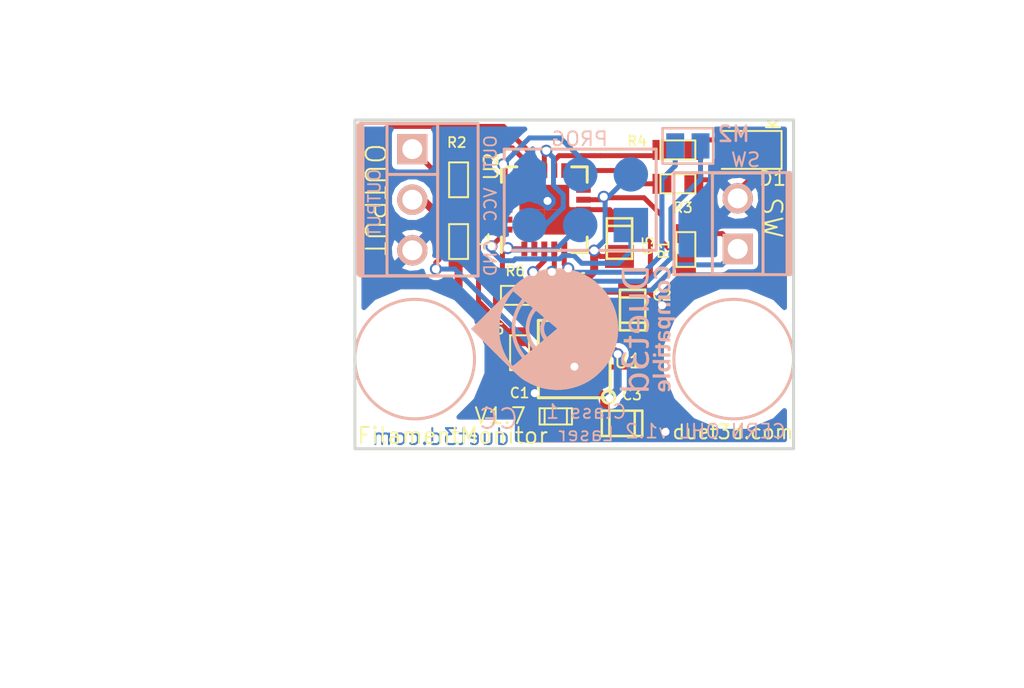
<source format=kicad_pcb>
(kicad_pcb (version 20171130) (host pcbnew "(5.0.0)")

  (general
    (thickness 1.6)
    (drawings 31)
    (tracks 235)
    (zones 0)
    (modules 22)
    (nets 26)
  )

  (page A4)
  (title_block
    (title "Laser Filament Monitor")
    (date 2018-01-12)
    (rev 1.7)
    (company "Think3dPrint3d and Escher3d")
    (comment 1 "CERN OHL1.2")
  )

  (layers
    (0 F.Cu signal)
    (31 B.Cu signal)
    (32 B.Adhes user hide)
    (33 F.Adhes user hide)
    (34 B.Paste user hide)
    (35 F.Paste user hide)
    (36 B.SilkS user hide)
    (37 F.SilkS user)
    (38 B.Mask user)
    (39 F.Mask user hide)
    (40 Dwgs.User user)
    (41 Cmts.User user hide)
    (42 Eco1.User user hide)
    (43 Eco2.User user hide)
    (44 Edge.Cuts user)
    (45 Margin user hide)
    (46 B.CrtYd user hide)
    (47 F.CrtYd user hide)
    (48 B.Fab user hide)
    (49 F.Fab user hide)
  )

  (setup
    (last_trace_width 0.25)
    (user_trace_width 0.3)
    (user_trace_width 0.4)
    (user_trace_width 0.5)
    (trace_clearance 0.2)
    (zone_clearance 0.254)
    (zone_45_only yes)
    (trace_min 0.2)
    (segment_width 0.2)
    (edge_width 0.15)
    (via_size 0.6)
    (via_drill 0.4)
    (via_min_size 0.4)
    (via_min_drill 0.3)
    (uvia_size 0.3)
    (uvia_drill 0.1)
    (uvias_allowed no)
    (uvia_min_size 0.2)
    (uvia_min_drill 0.1)
    (pcb_text_width 0.3)
    (pcb_text_size 1.5 1.5)
    (mod_edge_width 0.15)
    (mod_text_size 1 1)
    (mod_text_width 0.15)
    (pad_size 1.7272 1.7272)
    (pad_drill 0)
    (pad_to_mask_clearance 0.2)
    (aux_axis_origin 0 0)
    (visible_elements 7FFFFF7F)
    (pcbplotparams
      (layerselection 0x010f8_80000001)
      (usegerberextensions true)
      (usegerberattributes false)
      (usegerberadvancedattributes false)
      (creategerberjobfile false)
      (excludeedgelayer true)
      (linewidth 0.100000)
      (plotframeref false)
      (viasonmask false)
      (mode 1)
      (useauxorigin true)
      (hpglpennumber 1)
      (hpglpenspeed 20)
      (hpglpendiameter 15.000000)
      (psnegative false)
      (psa4output false)
      (plotreference true)
      (plotvalue true)
      (plotinvisibletext false)
      (padsonsilk false)
      (subtractmaskfromsilk true)
      (outputformat 1)
      (mirror false)
      (drillshape 0)
      (scaleselection 1)
      (outputdirectory "LaserFilamentMonitor1.0_CAM/"))
  )

  (net 0 "")
  (net 1 VCC)
  (net 2 GND)
  (net 3 "Net-(C2-Pad1)")
  (net 4 RST)
  (net 5 SDA/MOSI)
  (net 6 MISO)
  (net 7 SCL)
  (net 8 "Net-(L1-Pad2)")
  (net 9 OUT)
  (net 10 "Net-(D1-Pad1)")
  (net 11 "Net-(D1-Pad3)")
  (net 12 "Net-(R4-Pad1)")
  (net 13 "Net-(J1-Pad1)")
  (net 14 PA0)
  (net 15 PA1)
  (net 16 "Net-(R2-Pad1)")
  (net 17 "Net-(R3-Pad1)")
  (net 18 MOTION)
  (net 19 "Net-(U2-Pad2)")
  (net 20 "Net-(U2-Pad6)")
  (net 21 "Net-(U2-Pad7)")
  (net 22 "Net-(U2-Pad10)")
  (net 23 "Net-(U2-Pad17)")
  (net 24 "Net-(U2-Pad18)")
  (net 25 "Net-(U2-Pad19)")

  (net_class Default "This is the default net class."
    (clearance 0.2)
    (trace_width 0.25)
    (via_dia 0.6)
    (via_drill 0.4)
    (uvia_dia 0.3)
    (uvia_drill 0.1)
    (add_net GND)
    (add_net MISO)
    (add_net MOTION)
    (add_net "Net-(C2-Pad1)")
    (add_net "Net-(D1-Pad1)")
    (add_net "Net-(D1-Pad3)")
    (add_net "Net-(J1-Pad1)")
    (add_net "Net-(L1-Pad2)")
    (add_net "Net-(R2-Pad1)")
    (add_net "Net-(R3-Pad1)")
    (add_net "Net-(R4-Pad1)")
    (add_net "Net-(U2-Pad10)")
    (add_net "Net-(U2-Pad17)")
    (add_net "Net-(U2-Pad18)")
    (add_net "Net-(U2-Pad19)")
    (add_net "Net-(U2-Pad2)")
    (add_net "Net-(U2-Pad6)")
    (add_net "Net-(U2-Pad7)")
    (add_net OUT)
    (add_net PA0)
    (add_net PA1)
    (add_net RST)
    (add_net SCL)
    (add_net SDA/MOSI)
    (add_net VCC)
  )

  (module complib:MountingHole_2.9mm locked (layer B.Cu) (tedit 5A55474D) (tstamp 5A55582B)
    (at 92 100)
    (descr "Mounting Hole 2.7mm, no annular")
    (tags "mounting hole 2.7mm no annular")
    (path /58A4C339)
    (fp_text reference M2 (at 0 3.7) (layer B.SilkS) hide
      (effects (font (size 1 1) (thickness 0.15)) (justify mirror))
    )
    (fp_text value Mounting (at 0 -3.7) (layer B.SilkS) hide
      (effects (font (size 1 1) (thickness 0.15)) (justify mirror))
    )
    (fp_circle (center 0 0) (end 0 -5.7) (layer Cmts.User) (width 0.15))
    (fp_circle (center 0 0) (end 3 0) (layer B.SilkS) (width 0.15))
    (pad "" np_thru_hole circle (at 0 0) (size 2.9 2.9) (drill 2.9) (layers *.Cu *.Mask)
      (clearance 2.05))
  )

  (module complib:PIN_ARRAY_2X1 (layer B.Cu) (tedit 5A5909C1) (tstamp 5A332BC9)
    (at 108.2 93.2 90)
    (descr "Connecteurs 2 pins")
    (tags "CONN DEV")
    (path /5A2C8822)
    (fp_text reference J1 (at 0 1.99898 90) (layer B.SilkS) hide
      (effects (font (size 0.762 0.762) (thickness 0.1524)) (justify mirror))
    )
    (fp_text value SW (at 3.2 0.4) (layer B.SilkS)
      (effects (font (size 0.7 0.7) (thickness 0.1)) (justify mirror))
    )
    (fp_line (start -2.44 2.6) (end 2.44 2.6) (layer B.SilkS) (width 0.4))
    (fp_line (start 2.56 2.6) (end 2.56 -3.2) (layer B.SilkS) (width 0.14986))
    (fp_line (start 2.56 -3.2) (end -2.56 -3.2) (layer B.SilkS) (width 0.14986))
    (fp_line (start -2.56 -3.2) (end -2.56 2.6) (layer B.SilkS) (width 0.14986))
    (fp_line (start -2.54 -1.27) (end -2.54 1.27) (layer B.SilkS) (width 0.1524))
    (fp_line (start -2.54 1.27) (end 2.54 1.27) (layer B.SilkS) (width 0.1524))
    (fp_line (start 2.54 1.27) (end 2.54 -1.27) (layer B.SilkS) (width 0.1524))
    (fp_line (start 2.54 -1.27) (end -2.54 -1.27) (layer B.SilkS) (width 0.1524))
    (pad 1 thru_hole rect (at -1.27 0 90) (size 1.524 1.524) (drill 1) (layers *.Cu *.Mask B.SilkS)
      (net 13 "Net-(J1-Pad1)"))
    (pad 2 thru_hole circle (at 1.27 0 90) (size 1.524 1.524) (drill 1) (layers *.Cu *.Mask B.SilkS)
      (net 2 GND))
    (model pin_array/pins_array_2x1.wrl
      (at (xyz 0 0 0))
      (scale (xyz 1 1 1))
      (rotate (xyz 0 0 0))
    )
  )

  (module complib:C_0603 (layer F.Cu) (tedit 5A55505C) (tstamp 58A47745)
    (at 99.075 102.875)
    (descr "SMT capacitor, 0603")
    (path /58A4419B)
    (attr smd)
    (fp_text reference C1 (at -1.815 -1.175) (layer F.SilkS)
      (effects (font (size 0.5 0.5) (thickness 0.09)))
    )
    (fp_text value 0u1 (at 0 0) (layer F.SilkS) hide
      (effects (font (size 0.20066 0.20066) (thickness 0.04064)))
    )
    (fp_line (start 0.5588 0.4064) (end 0.5588 -0.4064) (layer F.SilkS) (width 0.1))
    (fp_line (start -0.5588 -0.381) (end -0.5588 0.4064) (layer F.SilkS) (width 0.1))
    (fp_line (start -0.8128 -0.4064) (end 0.8128 -0.4064) (layer F.SilkS) (width 0.1))
    (fp_line (start 0.8128 -0.4064) (end 0.8128 0.4064) (layer F.SilkS) (width 0.1))
    (fp_line (start 0.8128 0.4064) (end -0.8128 0.4064) (layer F.SilkS) (width 0.1))
    (fp_line (start -0.8128 0.4064) (end -0.8128 -0.4064) (layer F.SilkS) (width 0.1))
    (pad 1 smd rect (at 0.8001 0) (size 0.94996 1.00076) (layers F.Cu F.Paste F.Mask)
      (net 1 VCC))
    (pad 2 smd rect (at -0.8001 0) (size 0.94996 1.00076) (layers F.Cu F.Paste F.Mask)
      (net 2 GND))
    (model smd/capacitors/c_0603.wrl
      (at (xyz 0 0 0))
      (scale (xyz 1 1 1))
      (rotate (xyz 0 0 0))
    )
    (model ${KISYS3DMOD}/Capacitor_SMD.3dshapes/C_0603_1608Metric.step
      (at (xyz 0 0 0))
      (scale (xyz 1 1 1))
      (rotate (xyz 0 0 0))
    )
  )

  (module complib:R_0603 (layer F.Cu) (tedit 5A590AD7) (tstamp 58A477E4)
    (at 105.6 94.5 90)
    (path /58A4783B)
    (attr smd)
    (fp_text reference R1 (at 0 -1.1 90) (layer F.SilkS)
      (effects (font (size 0.5 0.5) (thickness 0.09)))
    )
    (fp_text value 4K7 (at 0 0.24892 90) (layer F.SilkS) hide
      (effects (font (size 0.20066 0.20066) (thickness 0.0508)))
    )
    (fp_line (start -0.87376 -0.47498) (end 0.87376 -0.47498) (layer F.SilkS) (width 0.1))
    (fp_line (start 0.87376 -0.47498) (end 0.87376 0.47498) (layer F.SilkS) (width 0.1))
    (fp_line (start 0.87376 0.47498) (end -0.87376 0.47498) (layer F.SilkS) (width 0.1))
    (fp_line (start -0.87376 0.47498) (end -0.87376 -0.47498) (layer F.SilkS) (width 0.1))
    (pad 1 smd rect (at -0.8001 0 90) (size 0.94996 1.00076) (layers F.Cu F.Paste F.Mask)
      (net 1 VCC))
    (pad 2 smd rect (at 0.8001 0 90) (size 0.94996 1.00076) (layers F.Cu F.Paste F.Mask)
      (net 13 "Net-(J1-Pad1)"))
    (model ${KISYS3DMOD}/Resistor_SMD.3dshapes/R_0603_1608Metric.step
      (at (xyz 0 0 0))
      (scale (xyz 1 1 1))
      (rotate (xyz 0 0 0))
    )
  )

  (module complib:R_0603 (layer F.Cu) (tedit 5A330CE8) (tstamp 58A477EE)
    (at 94.2 91 270)
    (path /58A434ED)
    (attr smd)
    (fp_text reference R2 (at -1.87 0.09) (layer F.SilkS)
      (effects (font (size 0.5 0.5) (thickness 0.09)))
    )
    (fp_text value 330R (at 0 0.24892 270) (layer F.SilkS) hide
      (effects (font (size 0.20066 0.20066) (thickness 0.0508)))
    )
    (fp_line (start -0.87376 -0.47498) (end 0.87376 -0.47498) (layer F.SilkS) (width 0.1))
    (fp_line (start 0.87376 -0.47498) (end 0.87376 0.47498) (layer F.SilkS) (width 0.1))
    (fp_line (start 0.87376 0.47498) (end -0.87376 0.47498) (layer F.SilkS) (width 0.1))
    (fp_line (start -0.87376 0.47498) (end -0.87376 -0.47498) (layer F.SilkS) (width 0.1))
    (pad 1 smd rect (at -0.8001 0 270) (size 0.94996 1.00076) (layers F.Cu F.Paste F.Mask)
      (net 16 "Net-(R2-Pad1)"))
    (pad 2 smd rect (at 0.8001 0 270) (size 0.94996 1.00076) (layers F.Cu F.Paste F.Mask)
      (net 9 OUT))
    (model ${KISYS3DMOD}/Resistor_SMD.3dshapes/R_0603_1608Metric.step
      (at (xyz 0 0 0))
      (scale (xyz 1 1 1))
      (rotate (xyz 0 0 0))
    )
  )

  (module complib:R_0603 (layer F.Cu) (tedit 5A554F29) (tstamp 58A477F8)
    (at 105.2 91.2)
    (path /58A42C1D)
    (attr smd)
    (fp_text reference R3 (at 0.25 1.2) (layer F.SilkS)
      (effects (font (size 0.5 0.5) (thickness 0.09)))
    )
    (fp_text value 470R (at 0 0.24892) (layer F.SilkS) hide
      (effects (font (size 0.20066 0.20066) (thickness 0.0508)))
    )
    (fp_line (start -0.87376 -0.47498) (end 0.87376 -0.47498) (layer F.SilkS) (width 0.1))
    (fp_line (start 0.87376 -0.47498) (end 0.87376 0.47498) (layer F.SilkS) (width 0.1))
    (fp_line (start 0.87376 0.47498) (end -0.87376 0.47498) (layer F.SilkS) (width 0.1))
    (fp_line (start -0.87376 0.47498) (end -0.87376 -0.47498) (layer F.SilkS) (width 0.1))
    (pad 1 smd rect (at -0.8001 0) (size 0.94996 1.00076) (layers F.Cu F.Paste F.Mask)
      (net 17 "Net-(R3-Pad1)"))
    (pad 2 smd rect (at 0.8001 0) (size 0.94996 1.00076) (layers F.Cu F.Paste F.Mask)
      (net 10 "Net-(D1-Pad1)"))
    (model ${KISYS3DMOD}/Resistor_SMD.3dshapes/R_0603_1608Metric.step
      (at (xyz 0 0 0))
      (scale (xyz 1 1 1))
      (rotate (xyz 0 0 0))
    )
  )

  (module complib:R_0603 (layer F.Cu) (tedit 5A554F25) (tstamp 58A47802)
    (at 105.2 89.5)
    (path /58A42E33)
    (attr smd)
    (fp_text reference R4 (at -2.05 -0.44) (layer F.SilkS)
      (effects (font (size 0.5 0.5) (thickness 0.09)))
    )
    (fp_text value 470R (at 0 0.24892) (layer F.SilkS) hide
      (effects (font (size 0.20066 0.20066) (thickness 0.0508)))
    )
    (fp_line (start -0.87376 -0.47498) (end 0.87376 -0.47498) (layer F.SilkS) (width 0.1))
    (fp_line (start 0.87376 -0.47498) (end 0.87376 0.47498) (layer F.SilkS) (width 0.1))
    (fp_line (start 0.87376 0.47498) (end -0.87376 0.47498) (layer F.SilkS) (width 0.1))
    (fp_line (start -0.87376 0.47498) (end -0.87376 -0.47498) (layer F.SilkS) (width 0.1))
    (pad 1 smd rect (at -0.8001 0) (size 0.94996 1.00076) (layers F.Cu F.Paste F.Mask)
      (net 12 "Net-(R4-Pad1)"))
    (pad 2 smd rect (at 0.8001 0) (size 0.94996 1.00076) (layers F.Cu F.Paste F.Mask)
      (net 11 "Net-(D1-Pad3)"))
    (model ${KISYS3DMOD}/Resistor_SMD.3dshapes/R_0603_1608Metric.step
      (at (xyz 0 0 0))
      (scale (xyz 1 1 1))
      (rotate (xyz 0 0 0))
    )
  )

  (module complib:R_0603 (layer F.Cu) (tedit 5A590ACA) (tstamp 58A4780C)
    (at 97.26 99.68 90)
    (path /58A45924)
    (attr smd)
    (fp_text reference R5 (at 1.18 -1.26 180) (layer F.SilkS)
      (effects (font (size 0.5 0.5) (thickness 0.09)))
    )
    (fp_text value 4K7 (at 0 0.24892 90) (layer F.SilkS) hide
      (effects (font (size 0.20066 0.20066) (thickness 0.0508)))
    )
    (fp_line (start -0.87376 -0.47498) (end 0.87376 -0.47498) (layer F.SilkS) (width 0.1))
    (fp_line (start 0.87376 -0.47498) (end 0.87376 0.47498) (layer F.SilkS) (width 0.1))
    (fp_line (start 0.87376 0.47498) (end -0.87376 0.47498) (layer F.SilkS) (width 0.1))
    (fp_line (start -0.87376 0.47498) (end -0.87376 -0.47498) (layer F.SilkS) (width 0.1))
    (pad 1 smd rect (at -0.8001 0 90) (size 0.94996 1.00076) (layers F.Cu F.Paste F.Mask)
      (net 1 VCC))
    (pad 2 smd rect (at 0.8001 0 90) (size 0.94996 1.00076) (layers F.Cu F.Paste F.Mask)
      (net 5 SDA/MOSI))
    (model ${KISYS3DMOD}/Resistor_SMD.3dshapes/R_0603_1608Metric.step
      (at (xyz 0 0 0))
      (scale (xyz 1 1 1))
      (rotate (xyz 0 0 0))
    )
  )

  (module complib:R_0603 (layer F.Cu) (tedit 5A554FB0) (tstamp 58A47816)
    (at 97.2 96.8 180)
    (path /58A459D3)
    (attr smd)
    (fp_text reference R6 (at 0.16 1.22 180) (layer F.SilkS)
      (effects (font (size 0.5 0.5) (thickness 0.09)))
    )
    (fp_text value 4K7 (at 0 0.24892 180) (layer F.SilkS) hide
      (effects (font (size 0.20066 0.20066) (thickness 0.0508)))
    )
    (fp_line (start -0.87376 -0.47498) (end 0.87376 -0.47498) (layer F.SilkS) (width 0.1))
    (fp_line (start 0.87376 -0.47498) (end 0.87376 0.47498) (layer F.SilkS) (width 0.1))
    (fp_line (start 0.87376 0.47498) (end -0.87376 0.47498) (layer F.SilkS) (width 0.1))
    (fp_line (start -0.87376 0.47498) (end -0.87376 -0.47498) (layer F.SilkS) (width 0.1))
    (pad 1 smd rect (at -0.8001 0 180) (size 0.94996 1.00076) (layers F.Cu F.Paste F.Mask)
      (net 1 VCC))
    (pad 2 smd rect (at 0.8001 0 180) (size 0.94996 1.00076) (layers F.Cu F.Paste F.Mask)
      (net 7 SCL))
    (model ${KISYS3DMOD}/Resistor_SMD.3dshapes/R_0603_1608Metric.step
      (at (xyz 0 0 0))
      (scale (xyz 1 1 1))
      (rotate (xyz 0 0 0))
    )
  )

  (module complib:2x2_SMD_LED (layer F.Cu) (tedit 5A554FD9) (tstamp 58A49675)
    (at 108.9 89.5 90)
    (path /58A42AC4)
    (attr smd)
    (fp_text reference D1 (at -1.44 1.05 180) (layer F.SilkS)
      (effects (font (size 0.7 0.7) (thickness 0.1)))
    )
    (fp_text value Led_2x2 (at 0.5 3.7 90) (layer F.SilkS) hide
      (effects (font (size 0.7 0.7) (thickness 0.1)))
    )
    (fp_text user K (at 1.32 1.1 90) (layer F.SilkS)
      (effects (font (size 0.7 0.7) (thickness 0.1)))
    )
    (fp_line (start -0.95 -1.5) (end -0.95 1.5) (layer F.SilkS) (width 0.1))
    (fp_line (start -0.95 1.5) (end 0.95 1.5) (layer F.SilkS) (width 0.1))
    (fp_line (start 0.95 1.5) (end 0.95 -1.5) (layer F.SilkS) (width 0.1))
    (pad 1 smd rect (at -0.5 -0.875 90) (size 0.5 0.85) (layers F.Cu F.Paste F.Mask)
      (net 10 "Net-(D1-Pad1)"))
    (pad 2 smd rect (at -0.5 0.875 90) (size 0.5 0.85) (layers F.Cu F.Paste F.Mask)
      (net 2 GND))
    (pad 3 smd rect (at 0.5 -0.875 90) (size 0.5 0.85) (layers F.Cu F.Paste F.Mask)
      (net 11 "Net-(D1-Pad3)"))
    (pad 4 smd rect (at 0.5 0.875 90) (size 0.5 0.85) (layers F.Cu F.Paste F.Mask)
      (net 2 GND))
  )

  (module complib:LOGO_Duet3dCompatible (layer B.Cu) (tedit 0) (tstamp 58DC0814)
    (at 99.9 98.5 270)
    (path /58A4C6F6)
    (fp_text reference M1 (at 0 0 270) (layer B.SilkS) hide
      (effects (font (size 1.524 1.524) (thickness 0.3)) (justify mirror))
    )
    (fp_text value LOGO (at 0.75 0 270) (layer B.SilkS) hide
      (effects (font (size 1.524 1.524) (thickness 0.3)) (justify mirror))
    )
    (fp_poly (pts (xy -0.203476 -4.305003) (xy -0.141576 -4.331983) (xy -0.089299 -4.379927) (xy -0.061799 -4.422935)
      (xy -0.040555 -4.484127) (xy -0.029092 -4.5598) (xy -0.027923 -4.640789) (xy -0.037559 -4.717928)
      (xy -0.043923 -4.743513) (xy -0.075366 -4.815865) (xy -0.120815 -4.872457) (xy -0.176463 -4.911719)
      (xy -0.238503 -4.932078) (xy -0.303129 -4.93196) (xy -0.366534 -4.909794) (xy -0.397221 -4.889456)
      (xy -0.421619 -4.871918) (xy -0.43662 -4.864124) (xy -0.436979 -4.8641) (xy -0.439955 -4.875959)
      (xy -0.442375 -4.908175) (xy -0.443976 -4.955708) (xy -0.4445 -5.008562) (xy -0.4445 -5.153025)
      (xy -0.484188 -5.160962) (xy -0.52197 -5.166827) (xy -0.551285 -5.1654) (xy -0.574675 -5.160145)
      (xy -0.580765 -5.15704) (xy -0.585633 -5.149534) (xy -0.589416 -5.135054) (xy -0.592249 -5.111028)
      (xy -0.594268 -5.074882) (xy -0.595606 -5.024043) (xy -0.596401 -4.95594) (xy -0.596787 -4.867997)
      (xy -0.596899 -4.757644) (xy -0.5969 -4.737545) (xy -0.5969 -4.61645) (xy -0.4445 -4.61645)
      (xy -0.444115 -4.668307) (xy -0.441483 -4.701807) (xy -0.434395 -4.723993) (xy -0.420638 -4.741908)
      (xy -0.398844 -4.761855) (xy -0.364948 -4.787554) (xy -0.334444 -4.797948) (xy -0.300834 -4.798096)
      (xy -0.262174 -4.791161) (xy -0.235891 -4.772688) (xy -0.21949 -4.751096) (xy -0.202452 -4.719492)
      (xy -0.193512 -4.683272) (xy -0.190559 -4.633015) (xy -0.1905 -4.621748) (xy -0.194959 -4.544613)
      (xy -0.209193 -4.489294) (xy -0.234488 -4.453671) (xy -0.272129 -4.43562) (xy -0.305266 -4.4323)
      (xy -0.347891 -4.438652) (xy -0.386773 -4.461028) (xy -0.399609 -4.471715) (xy -0.421579 -4.491937)
      (xy -0.434875 -4.509815) (xy -0.441675 -4.53237) (xy -0.444158 -4.566626) (xy -0.4445 -4.61645)
      (xy -0.5969 -4.61645) (xy -0.5969 -4.320753) (xy -0.56515 -4.312784) (xy -0.526838 -4.309617)
      (xy -0.50165 -4.312784) (xy -0.477713 -4.325177) (xy -0.470037 -4.351063) (xy -0.4699 -4.357476)
      (xy -0.467771 -4.383647) (xy -0.462806 -4.3942) (xy -0.449506 -4.386987) (xy -0.423856 -4.368695)
      (xy -0.408831 -4.357082) (xy -0.340911 -4.31683) (xy -0.27119 -4.299712) (xy -0.203476 -4.305003)) (layer B.SilkS) (width 0.01))
    (fp_poly (pts (xy -2.679238 -4.092141) (xy -2.614029 -4.11182) (xy -2.566362 -4.142815) (xy -2.538367 -4.183555)
      (xy -2.532178 -4.232466) (xy -2.535434 -4.250735) (xy -2.542342 -4.27069) (xy -2.553497 -4.277765)
      (xy -2.574386 -4.271797) (xy -2.610492 -4.252624) (xy -2.618079 -4.248302) (xy -2.671339 -4.225241)
      (xy -2.73029 -4.216807) (xy -2.744497 -4.216552) (xy -2.814185 -4.22521) (xy -2.869432 -4.253007)
      (xy -2.913747 -4.30218) (xy -2.9337 -4.337068) (xy -2.949821 -4.373467) (xy -2.959463 -4.408943)
      (xy -2.96416 -4.452102) (xy -2.965448 -4.51155) (xy -2.96545 -4.515189) (xy -2.958617 -4.611576)
      (xy -2.937685 -4.687234) (xy -2.90201 -4.742979) (xy -2.850947 -4.779627) (xy -2.783851 -4.797994)
      (xy -2.739801 -4.8006) (xy -2.670262 -4.793726) (xy -2.607167 -4.770693) (xy -2.604285 -4.769247)
      (xy -2.567997 -4.75201) (xy -2.547765 -4.746546) (xy -2.537684 -4.751864) (xy -2.534857 -4.757586)
      (xy -2.527628 -4.800207) (xy -2.532808 -4.845421) (xy -2.53988 -4.863874) (xy -2.563691 -4.885748)
      (xy -2.606552 -4.904985) (xy -2.662147 -4.920284) (xy -2.724161 -4.930348) (xy -2.78628 -4.93388)
      (xy -2.842188 -4.929579) (xy -2.85115 -4.927863) (xy -2.913397 -4.911524) (xy -2.961337 -4.890077)
      (xy -3.006058 -4.858041) (xy -3.023971 -4.842441) (xy -3.071509 -4.789865) (xy -3.105207 -4.727937)
      (xy -3.127851 -4.65068) (xy -3.136333 -4.601403) (xy -3.14268 -4.487518) (xy -3.129108 -4.383896)
      (xy -3.09705 -4.292505) (xy -3.047942 -4.215313) (xy -2.98322 -4.154286) (xy -2.90432 -4.111394)
      (xy -2.812677 -4.088604) (xy -2.759855 -4.085348) (xy -2.679238 -4.092141)) (layer B.SilkS) (width 0.01))
    (fp_poly (pts (xy -2.028926 -4.310635) (xy -1.957804 -4.339115) (xy -1.901615 -4.382669) (xy -1.882951 -4.406092)
      (xy -1.848125 -4.478854) (xy -1.83098 -4.562698) (xy -1.831283 -4.650701) (xy -1.848802 -4.735939)
      (xy -1.883304 -4.811486) (xy -1.897235 -4.831622) (xy -1.946995 -4.877485) (xy -2.013656 -4.91095)
      (xy -2.091022 -4.930187) (xy -2.172895 -4.933369) (xy -2.220552 -4.927027) (xy -2.299895 -4.900037)
      (xy -2.361345 -4.855119) (xy -2.404732 -4.792543) (xy -2.429881 -4.71258) (xy -2.436622 -4.6155)
      (xy -2.436034 -4.602143) (xy -2.28098 -4.602143) (xy -2.278147 -4.667448) (xy -2.264766 -4.7264)
      (xy -2.241433 -4.772043) (xy -2.22629 -4.787644) (xy -2.187758 -4.80549) (xy -2.137449 -4.81334)
      (xy -2.087294 -4.810308) (xy -2.056697 -4.800223) (xy -2.024736 -4.770683) (xy -2.004263 -4.721586)
      (xy -1.994753 -4.651396) (xy -1.9939 -4.61645) (xy -1.99841 -4.538867) (xy -2.013084 -4.482815)
      (xy -2.039643 -4.44587) (xy -2.079808 -4.425608) (xy -2.1336 -4.4196) (xy -2.188773 -4.425558)
      (xy -2.226815 -4.445403) (xy -2.252617 -4.480301) (xy -2.272668 -4.537442) (xy -2.28098 -4.602143)
      (xy -2.436034 -4.602143) (xy -2.435491 -4.589835) (xy -2.419504 -4.497643) (xy -2.384684 -4.421992)
      (xy -2.331645 -4.363614) (xy -2.261 -4.323239) (xy -2.196522 -4.305156) (xy -2.11012 -4.298794)
      (xy -2.028926 -4.310635)) (layer B.SilkS) (width 0.01))
    (fp_poly (pts (xy 0.436177 -4.305794) (xy 0.501341 -4.324631) (xy 0.527621 -4.338592) (xy 0.551932 -4.356967)
      (xy 0.570458 -4.378499) (xy 0.584078 -4.406845) (xy 0.593671 -4.445662) (xy 0.600115 -4.498607)
      (xy 0.60429 -4.569336) (xy 0.607073 -4.661506) (xy 0.607265 -4.670066) (xy 0.61237 -4.901482)
      (xy 0.580171 -4.916152) (xy 0.540338 -4.925936) (xy 0.506776 -4.919637) (xy 0.486093 -4.899509)
      (xy 0.4826 -4.882908) (xy 0.4805 -4.859434) (xy 0.471374 -4.853705) (xy 0.450979 -4.865701)
      (xy 0.430063 -4.882661) (xy 0.391026 -4.908025) (xy 0.347528 -4.926512) (xy 0.34568 -4.927041)
      (xy 0.310411 -4.935972) (xy 0.28499 -4.938022) (xy 0.255688 -4.93337) (xy 0.23495 -4.928505)
      (xy 0.167474 -4.903332) (xy 0.121346 -4.864903) (xy 0.095564 -4.812032) (xy 0.089852 -4.763494)
      (xy 0.230566 -4.763494) (xy 0.244155 -4.792936) (xy 0.271253 -4.814828) (xy 0.307899 -4.826639)
      (xy 0.350128 -4.82584) (xy 0.393977 -4.809904) (xy 0.418125 -4.793121) (xy 0.445681 -4.763745)
      (xy 0.456268 -4.730858) (xy 0.4572 -4.710571) (xy 0.4572 -4.6609) (xy 0.374072 -4.6609)
      (xy 0.326124 -4.662296) (xy 0.295151 -4.668001) (xy 0.272806 -4.680292) (xy 0.259772 -4.692072)
      (xy 0.234451 -4.72903) (xy 0.230566 -4.763494) (xy 0.089852 -4.763494) (xy 0.0889 -4.755411)
      (xy 0.096912 -4.694862) (xy 0.122034 -4.647114) (xy 0.165895 -4.610995) (xy 0.230121 -4.585332)
      (xy 0.31634 -4.568952) (xy 0.353139 -4.565097) (xy 0.405185 -4.559784) (xy 0.436661 -4.554015)
      (xy 0.452374 -4.546308) (xy 0.457133 -4.535186) (xy 0.4572 -4.533086) (xy 0.451666 -4.499183)
      (xy 0.438207 -4.462738) (xy 0.421529 -4.435336) (xy 0.41513 -4.429577) (xy 0.388234 -4.422144)
      (xy 0.34517 -4.41983) (xy 0.294559 -4.422211) (xy 0.24502 -4.428862) (xy 0.205174 -4.439357)
      (xy 0.203482 -4.440018) (xy 0.157987 -4.453426) (xy 0.129543 -4.449356) (xy 0.116075 -4.427042)
      (xy 0.1143 -4.407111) (xy 0.125049 -4.371071) (xy 0.157931 -4.342129) (xy 0.213892 -4.319701)
      (xy 0.278263 -4.30566) (xy 0.359313 -4.299139) (xy 0.436177 -4.305794)) (layer B.SilkS) (width 0.01))
    (fp_poly (pts (xy 0.917707 -4.164443) (xy 0.938557 -4.174962) (xy 0.94887 -4.191084) (xy 0.952265 -4.220822)
      (xy 0.9525 -4.241485) (xy 0.9525 -4.3053) (xy 1.146809 -4.3053) (xy 1.233705 -4.306177)
      (xy 1.296616 -4.308876) (xy 1.336903 -4.313495) (xy 1.355922 -4.320132) (xy 1.356359 -4.320539)
      (xy 1.3618 -4.334694) (xy 1.365945 -4.366151) (xy 1.368887 -4.41676) (xy 1.37072 -4.488368)
      (xy 1.371537 -4.582822) (xy 1.3716 -4.62433) (xy 1.3716 -4.912881) (xy 1.3335 -4.92125)
      (xy 1.291441 -4.92467) (xy 1.2573 -4.92125) (xy 1.2192 -4.912881) (xy 1.2192 -4.4323)
      (xy 0.9525 -4.4323) (xy 0.9525 -4.602194) (xy 0.953105 -4.678414) (xy 0.955967 -4.73271)
      (xy 0.962651 -4.768548) (xy 0.974725 -4.789394) (xy 0.993755 -4.798715) (xy 1.021308 -4.799978)
      (xy 1.041205 -4.798441) (xy 1.076163 -4.797649) (xy 1.093848 -4.805548) (xy 1.09954 -4.81642)
      (xy 1.102641 -4.850297) (xy 1.095181 -4.885794) (xy 1.080213 -4.912531) (xy 1.069092 -4.919997)
      (xy 1.008118 -4.931617) (xy 0.947646 -4.932825) (xy 0.917653 -4.928307) (xy 0.878254 -4.915502)
      (xy 0.848565 -4.896891) (xy 0.827284 -4.869094) (xy 0.813105 -4.828731) (xy 0.804727 -4.77242)
      (xy 0.800845 -4.696782) (xy 0.8001 -4.62343) (xy 0.8001 -4.4323) (xy 0.755891 -4.4323)
      (xy 0.724289 -4.428922) (xy 0.708778 -4.415214) (xy 0.703715 -4.40055) (xy 0.700547 -4.362237)
      (xy 0.703715 -4.33705) (xy 0.713961 -4.314961) (xy 0.735224 -4.306293) (xy 0.755891 -4.3053)
      (xy 0.8001 -4.3053) (xy 0.8001 -4.236025) (xy 0.800855 -4.196129) (xy 0.805628 -4.174632)
      (xy 0.81818 -4.164535) (xy 0.841507 -4.158982) (xy 0.882292 -4.157481) (xy 0.917707 -4.164443)) (layer B.SilkS) (width 0.01))
    (fp_poly (pts (xy 1.669158 -4.033161) (xy 1.669289 -4.033193) (xy 1.7018 -4.041353) (xy 1.7018 -4.38186)
      (xy 1.750463 -4.349656) (xy 1.815169 -4.314374) (xy 1.874656 -4.299692) (xy 1.936038 -4.304008)
      (xy 1.944628 -4.305904) (xy 2.010047 -4.333455) (xy 2.060971 -4.381196) (xy 2.096741 -4.448012)
      (xy 2.116695 -4.53279) (xy 2.1209 -4.603041) (xy 2.112702 -4.704579) (xy 2.08856 -4.789072)
      (xy 2.049143 -4.855339) (xy 1.995126 -4.902201) (xy 1.936662 -4.926297) (xy 1.898219 -4.935578)
      (xy 1.873079 -4.938518) (xy 1.849843 -4.934699) (xy 1.817114 -4.923702) (xy 1.811493 -4.921696)
      (xy 1.769586 -4.901384) (xy 1.731905 -4.87481) (xy 1.728248 -4.871454) (xy 1.69959 -4.84654)
      (xy 1.683751 -4.841412) (xy 1.677257 -4.856372) (xy 1.6764 -4.875944) (xy 1.667153 -4.908878)
      (xy 1.639453 -4.924392) (xy 1.593357 -4.922456) (xy 1.587214 -4.921187) (xy 1.5494 -4.912881)
      (xy 1.5494 -4.61645) (xy 1.7018 -4.61645) (xy 1.702197 -4.668342) (xy 1.704841 -4.701857)
      (xy 1.71191 -4.724017) (xy 1.725583 -4.741845) (xy 1.746691 -4.761184) (xy 1.795907 -4.792099)
      (xy 1.845792 -4.801776) (xy 1.891287 -4.789925) (xy 1.915789 -4.770883) (xy 1.946106 -4.722497)
      (xy 1.963016 -4.661245) (xy 1.96649 -4.594793) (xy 1.956503 -4.53081) (xy 1.933029 -4.47696)
      (xy 1.916875 -4.456875) (xy 1.878319 -4.434938) (xy 1.830718 -4.432301) (xy 1.780826 -4.448375)
      (xy 1.746691 -4.471715) (xy 1.724721 -4.491937) (xy 1.711425 -4.509815) (xy 1.704625 -4.53237)
      (xy 1.702142 -4.566626) (xy 1.7018 -4.61645) (xy 1.5494 -4.61645) (xy 1.5494 -4.041426)
      (xy 1.593089 -4.03323) (xy 1.633394 -4.029838) (xy 1.669158 -4.033161)) (layer B.SilkS) (width 0.01))
    (fp_poly (pts (xy 2.944004 -4.310932) (xy 3.014842 -4.340836) (xy 3.06895 -4.389349) (xy 3.105266 -4.455385)
      (xy 3.122728 -4.537856) (xy 3.1242 -4.573448) (xy 3.121569 -4.614511) (xy 3.112073 -4.637845)
      (xy 3.099634 -4.647753) (xy 3.07827 -4.652572) (xy 3.036796 -4.656584) (xy 2.980498 -4.659449)
      (xy 2.914662 -4.660827) (xy 2.895425 -4.6609) (xy 2.715781 -4.6609) (xy 2.724055 -4.702175)
      (xy 2.739074 -4.738507) (xy 2.765149 -4.773866) (xy 2.769714 -4.778375) (xy 2.792942 -4.797359)
      (xy 2.816931 -4.807912) (xy 2.850209 -4.812425) (xy 2.894203 -4.8133) (xy 2.948053 -4.810547)
      (xy 2.999889 -4.803398) (xy 3.032555 -4.795218) (xy 3.065609 -4.785707) (xy 3.087682 -4.783321)
      (xy 3.091301 -4.784635) (xy 3.097118 -4.803289) (xy 3.09829 -4.83466) (xy 3.095089 -4.866542)
      (xy 3.08908 -4.88501) (xy 3.067213 -4.900312) (xy 3.026346 -4.913667) (xy 2.972856 -4.924197)
      (xy 2.913121 -4.931021) (xy 2.853518 -4.93326) (xy 2.800425 -4.930035) (xy 2.783248 -4.927187)
      (xy 2.703871 -4.899758) (xy 2.642028 -4.854126) (xy 2.598114 -4.790831) (xy 2.572523 -4.710413)
      (xy 2.56547 -4.62828) (xy 2.572274 -4.5593) (xy 2.717316 -4.5593) (xy 2.9718 -4.5593)
      (xy 2.9718 -4.514272) (xy 2.960984 -4.464207) (xy 2.930494 -4.428402) (xy 2.883265 -4.409544)
      (xy 2.854902 -4.407303) (xy 2.802603 -4.414487) (xy 2.765398 -4.437378) (xy 2.73957 -4.479343)
      (xy 2.725664 -4.524375) (xy 2.717316 -4.5593) (xy 2.572274 -4.5593) (xy 2.575074 -4.530919)
      (xy 2.603241 -4.448732) (xy 2.648659 -4.383187) (xy 2.710019 -4.335757) (xy 2.78601 -4.307911)
      (xy 2.8575 -4.300722) (xy 2.944004 -4.310932)) (layer B.SilkS) (width 0.01))
    (fp_poly (pts (xy -1.294031 -4.305289) (xy -1.237929 -4.334031) (xy -1.210752 -4.359927) (xy -1.17475 -4.401455)
      (xy -1.120263 -4.360079) (xy -1.051001 -4.318984) (xy -0.982777 -4.300218) (xy -0.918586 -4.303857)
      (xy -0.861421 -4.329979) (xy -0.835229 -4.352722) (xy -0.81477 -4.376503) (xy -0.799464 -4.401725)
      (xy -0.788582 -4.432404) (xy -0.781393 -4.472556) (xy -0.777169 -4.526197) (xy -0.775182 -4.597343)
      (xy -0.7747 -4.686117) (xy -0.7747 -4.912881) (xy -0.8128 -4.92125) (xy -0.854859 -4.92467)
      (xy -0.889 -4.92125) (xy -0.9271 -4.912881) (xy -0.9271 -4.709856) (xy -0.927896 -4.618614)
      (xy -0.931002 -4.549683) (xy -0.9375 -4.500002) (xy -0.948471 -4.46651) (xy -0.964996 -4.446149)
      (xy -0.988156 -4.435857) (xy -1.019032 -4.432575) (xy -1.025084 -4.432494) (xy -1.070277 -4.44361)
      (xy -1.110809 -4.471715) (xy -1.1557 -4.511131) (xy -1.1557 -4.913749) (xy -1.197108 -4.921517)
      (xy -1.237893 -4.923018) (xy -1.273308 -4.916056) (xy -1.3081 -4.902828) (xy -1.308288 -4.702489)
      (xy -1.308969 -4.614273) (xy -1.31151 -4.548176) (xy -1.316936 -4.500934) (xy -1.326273 -4.469279)
      (xy -1.340549 -4.449945) (xy -1.360788 -4.439667) (xy -1.388018 -4.435177) (xy -1.392381 -4.434829)
      (xy -1.435345 -4.4368) (xy -1.470369 -4.453702) (xy -1.484159 -4.464533) (xy -1.524 -4.498057)
      (xy -1.524 -4.902828) (xy -1.556577 -4.915214) (xy -1.605531 -4.926162) (xy -1.652903 -4.91742)
      (xy -1.660525 -4.914504) (xy -1.669732 -4.910232) (xy -1.676713 -4.903653) (xy -1.681775 -4.891556)
      (xy -1.685228 -4.870726) (xy -1.687378 -4.837953) (xy -1.688535 -4.790023) (xy -1.689006 -4.723723)
      (xy -1.6891 -4.635842) (xy -1.6891 -4.330155) (xy -1.656839 -4.315456) (xy -1.615843 -4.306902)
      (xy -1.580083 -4.316852) (xy -1.556612 -4.342317) (xy -1.551689 -4.359955) (xy -1.547627 -4.395093)
      (xy -1.494817 -4.356256) (xy -1.425083 -4.316367) (xy -1.357285 -4.299389) (xy -1.294031 -4.305289)) (layer B.SilkS) (width 0.01))
    (fp_poly (pts (xy 2.390907 -4.037443) (xy 2.4257 -4.050671) (xy 2.4257 -4.902828) (xy 2.393123 -4.915214)
      (xy 2.346465 -4.925585) (xy 2.296193 -4.919019) (xy 2.295525 -4.918845) (xy 2.289562 -4.915803)
      (xy 2.284767 -4.908444) (xy 2.281015 -4.894257) (xy 2.278178 -4.870728) (xy 2.27613 -4.835344)
      (xy 2.274746 -4.785593) (xy 2.273898 -4.718961) (xy 2.273461 -4.632936) (xy 2.273309 -4.525004)
      (xy 2.2733 -4.476394) (xy 2.2733 -4.03975) (xy 2.314707 -4.031982) (xy 2.355492 -4.030481)
      (xy 2.390907 -4.037443)) (layer B.SilkS) (width 0.01))
    (fp_poly (pts (xy 1.318378 -4.045193) (xy 1.341531 -4.053161) (xy 1.366421 -4.069857) (xy 1.3782 -4.094755)
      (xy 1.381753 -4.122342) (xy 1.379758 -4.165146) (xy 1.367843 -4.188847) (xy 1.332937 -4.20517)
      (xy 1.288418 -4.210836) (xy 1.248473 -4.204058) (xy 1.248154 -4.203925) (xy 1.222085 -4.1805)
      (xy 1.209118 -4.142692) (xy 1.211881 -4.099256) (xy 1.214354 -4.091222) (xy 1.237224 -4.060648)
      (xy 1.274534 -4.044516) (xy 1.318378 -4.045193)) (layer B.SilkS) (width 0.01))
    (fp_poly (pts (xy -1.5875 -3.2131) (xy -1.585518 -3.319494) (xy -1.583569 -3.403576) (xy -1.581412 -3.468432)
      (xy -1.578805 -3.517149) (xy -1.575506 -3.552814) (xy -1.571273 -3.578512) (xy -1.565864 -3.59733)
      (xy -1.559038 -3.612354) (xy -1.55575 -3.618172) (xy -1.510646 -3.673983) (xy -1.453851 -3.707447)
      (xy -1.413257 -3.717153) (xy -1.357268 -3.717625) (xy -1.303409 -3.7019) (xy -1.246904 -3.667865)
      (xy -1.186743 -3.616947) (xy -1.105304 -3.540765) (xy -1.101927 -3.195957) (xy -1.09855 -2.85115)
      (xy -0.94615 -2.85115) (xy -0.942824 -3.337181) (xy -0.939498 -3.823213) (xy -0.974574 -3.836567)
      (xy -1.022152 -3.843255) (xy -1.04775 -3.839062) (xy -1.069368 -3.831112) (xy -1.081255 -3.818311)
      (xy -1.086937 -3.793588) (xy -1.089677 -3.755011) (xy -1.093503 -3.681817) (xy -1.156598 -3.738544)
      (xy -1.243251 -3.802313) (xy -1.333564 -3.84138) (xy -1.426807 -3.855517) (xy -1.507033 -3.847923)
      (xy -1.571769 -3.825745) (xy -1.631517 -3.789387) (xy -1.677332 -3.74466) (xy -1.68644 -3.731435)
      (xy -1.705199 -3.698315) (xy -1.720092 -3.664656) (xy -1.73151 -3.627163) (xy -1.739845 -3.582544)
      (xy -1.745488 -3.527506) (xy -1.74883 -3.458754) (xy -1.750263 -3.372996) (xy -1.750178 -3.266937)
      (xy -1.749634 -3.199607) (xy -1.74625 -2.85115) (xy -1.59385 -2.85115) (xy -1.5875 -3.2131)) (layer B.SilkS) (width 0.01))
    (fp_poly (pts (xy -0.11525 -2.836586) (xy -0.026436 -2.867044) (xy 0.049809 -2.916855) (xy 0.110831 -2.984926)
      (xy 0.13486 -3.025581) (xy 0.154218 -3.074341) (xy 0.170149 -3.134042) (xy 0.181579 -3.197434)
      (xy 0.187435 -3.257272) (xy 0.186644 -3.306307) (xy 0.180418 -3.333074) (xy 0.165837 -3.365076)
      (xy -0.167907 -3.368463) (xy -0.50165 -3.37185) (xy -0.498329 -3.43535) (xy -0.484773 -3.527495)
      (xy -0.454194 -3.601496) (xy -0.405769 -3.658773) (xy -0.346421 -3.697113) (xy -0.27616 -3.719424)
      (xy -0.191371 -3.727403) (xy -0.098428 -3.72115) (xy -0.003703 -3.70077) (xy 0.026354 -3.691138)
      (xy 0.072117 -3.675476) (xy 0.108061 -3.663722) (xy 0.127954 -3.657894) (xy 0.129753 -3.6576)
      (xy 0.137868 -3.668289) (xy 0.144693 -3.688468) (xy 0.144821 -3.736056) (xy 0.122728 -3.776851)
      (xy 0.083788 -3.803951) (xy 0.007567 -3.828057) (xy -0.083488 -3.844859) (xy -0.179574 -3.853234)
      (xy -0.270887 -3.852057) (xy -0.3048 -3.848533) (xy -0.405677 -3.823417) (xy -0.491401 -3.778471)
      (xy -0.561298 -3.71473) (xy -0.614698 -3.633234) (xy -0.650926 -3.535018) (xy -0.669312 -3.421119)
      (xy -0.669181 -3.292575) (xy -0.668783 -3.287167) (xy -0.663151 -3.2512) (xy -0.510754 -3.2512)
      (xy 0.0254 -3.2512) (xy 0.0254 -3.201452) (xy 0.014433 -3.124904) (xy -0.015879 -3.060146)
      (xy -0.061654 -3.008691) (xy -0.119013 -2.97205) (xy -0.184073 -2.951732) (xy -0.252953 -2.949251)
      (xy -0.321773 -2.966115) (xy -0.38665 -3.003837) (xy -0.415328 -3.029876) (xy -0.442455 -3.060421)
      (xy -0.462173 -3.090473) (xy -0.4778 -3.127142) (xy -0.492654 -3.177537) (xy -0.502324 -3.216275)
      (xy -0.510754 -3.2512) (xy -0.663151 -3.2512) (xy -0.649905 -3.166618) (xy -0.613253 -3.063276)
      (xy -0.559293 -2.977746) (xy -0.488496 -2.910629) (xy -0.401327 -2.862528) (xy -0.319961 -2.83811)
      (xy -0.213977 -2.826576) (xy -0.11525 -2.836586)) (layer B.SilkS) (width 0.01))
    (fp_poly (pts (xy 1.593903 -2.46235) (xy 1.676976 -2.475408) (xy 1.700653 -2.48233) (xy 1.766455 -2.514348)
      (xy 1.824654 -2.56125) (xy 1.86886 -2.616945) (xy 1.889381 -2.662123) (xy 1.901225 -2.725831)
      (xy 1.90431 -2.799873) (xy 1.898601 -2.871392) (xy 1.890064 -2.910753) (xy 1.862463 -2.968167)
      (xy 1.81806 -3.023867) (xy 1.764572 -3.069544) (xy 1.720616 -3.093214) (xy 1.687394 -3.107671)
      (xy 1.666888 -3.120005) (xy 1.6637 -3.124302) (xy 1.674917 -3.131907) (xy 1.702997 -3.139672)
      (xy 1.715156 -3.141881) (xy 1.782599 -3.16395) (xy 1.848044 -3.205102) (xy 1.904629 -3.25949)
      (xy 1.945491 -3.321269) (xy 1.95599 -3.347028) (xy 1.967087 -3.408109) (xy 1.966971 -3.481115)
      (xy 1.956707 -3.55573) (xy 1.937356 -3.621643) (xy 1.925037 -3.647363) (xy 1.86842 -3.724238)
      (xy 1.796473 -3.782611) (xy 1.707669 -3.823412) (xy 1.600479 -3.84757) (xy 1.594386 -3.848387)
      (xy 1.545269 -3.854583) (xy 1.510382 -3.857679) (xy 1.479994 -3.857635) (xy 1.444373 -3.854411)
      (xy 1.393787 -3.847968) (xy 1.39065 -3.847556) (xy 1.325478 -3.835277) (xy 1.262098 -3.816878)
      (xy 1.206843 -3.794775) (xy 1.16605 -3.771388) (xy 1.149459 -3.755502) (xy 1.13783 -3.72782)
      (xy 1.131437 -3.691378) (xy 1.130929 -3.655986) (xy 1.136957 -3.631459) (xy 1.140954 -3.627114)
      (xy 1.156548 -3.629006) (xy 1.189431 -3.63958) (xy 1.233838 -3.656861) (xy 1.258429 -3.667342)
      (xy 1.312142 -3.689911) (xy 1.354064 -3.703816) (xy 1.394301 -3.711149) (xy 1.442957 -3.714003)
      (xy 1.4859 -3.714453) (xy 1.5458 -3.713763) (xy 1.58794 -3.71044) (xy 1.619929 -3.70313)
      (xy 1.649373 -3.690479) (xy 1.66354 -3.68284) (xy 1.722574 -3.636131) (xy 1.762014 -3.574028)
      (xy 1.780724 -3.498585) (xy 1.782167 -3.468162) (xy 1.771214 -3.389316) (xy 1.738879 -3.323661)
      (xy 1.685706 -3.271574) (xy 1.612245 -3.233432) (xy 1.519041 -3.209612) (xy 1.406642 -3.200489)
      (xy 1.393233 -3.2004) (xy 1.340133 -3.200012) (xy 1.307095 -3.19793) (xy 1.288782 -3.192772)
      (xy 1.279857 -3.183157) (xy 1.275539 -3.169941) (xy 1.271094 -3.132505) (xy 1.272122 -3.109616)
      (xy 1.275432 -3.096044) (xy 1.28392 -3.086936) (xy 1.302322 -3.08095) (xy 1.335376 -3.076748)
      (xy 1.387818 -3.072988) (xy 1.405391 -3.071906) (xy 1.497912 -3.062293) (xy 1.569775 -3.045007)
      (xy 1.625 -3.018384) (xy 1.66761 -2.980755) (xy 1.686762 -2.955313) (xy 1.705464 -2.923082)
      (xy 1.715848 -2.891381) (xy 1.720189 -2.850633) (xy 1.72085 -2.811733) (xy 1.719091 -2.757075)
      (xy 1.712742 -2.719751) (xy 1.700189 -2.691873) (xy 1.694706 -2.683806) (xy 1.654416 -2.64536)
      (xy 1.599163 -2.613917) (xy 1.53931 -2.594537) (xy 1.504247 -2.5908) (xy 1.440877 -2.598788)
      (xy 1.367305 -2.620775) (xy 1.292231 -2.653792) (xy 1.250661 -2.677303) (xy 1.21546 -2.697226)
      (xy 1.188736 -2.708718) (xy 1.178438 -2.709804) (xy 1.17225 -2.694384) (xy 1.168717 -2.663109)
      (xy 1.1684 -2.649414) (xy 1.172698 -2.610577) (xy 1.188514 -2.579433) (xy 1.220226 -2.549908)
      (xy 1.258698 -2.524165) (xy 1.326942 -2.493118) (xy 1.410889 -2.471962) (xy 1.502542 -2.461453)
      (xy 1.593903 -2.46235)) (layer B.SilkS) (width 0.01))
    (fp_poly (pts (xy 3.03468 -2.384242) (xy 3.07975 -2.3949) (xy 3.08303 -3.109074) (xy 3.086311 -3.823248)
      (xy 3.051776 -3.836378) (xy 3.012634 -3.843318) (xy 2.973984 -3.838094) (xy 2.946574 -3.822478)
      (xy 2.943546 -3.818518) (xy 2.937932 -3.797734) (xy 2.934439 -3.761906) (xy 2.933894 -3.741587)
      (xy 2.9337 -3.679524) (xy 2.869783 -3.73931) (xy 2.786223 -3.801977) (xy 2.695716 -3.840887)
      (xy 2.600036 -3.85548) (xy 2.52095 -3.84927) (xy 2.437756 -3.82227) (xy 2.366954 -3.773991)
      (xy 2.309334 -3.705752) (xy 2.26569 -3.61887) (xy 2.236812 -3.514664) (xy 2.223493 -3.394451)
      (xy 2.222647 -3.3528) (xy 2.223066 -3.34645) (xy 2.394419 -3.34645) (xy 2.400022 -3.456697)
      (xy 2.416525 -3.54561) (xy 2.444697 -3.615147) (xy 2.485306 -3.667267) (xy 2.53365 -3.701175)
      (xy 2.589616 -3.717867) (xy 2.654984 -3.71837) (xy 2.719825 -3.702971) (xy 2.737681 -3.695297)
      (xy 2.774507 -3.672493) (xy 2.818185 -3.638356) (xy 2.855991 -3.603455) (xy 2.921 -3.537417)
      (xy 2.921 -3.140766) (xy 2.846795 -3.069987) (xy 2.7767 -3.011027) (xy 2.712472 -2.974881)
      (xy 2.650924 -2.960631) (xy 2.588864 -2.967363) (xy 2.545093 -2.983299) (xy 2.488024 -3.021109)
      (xy 2.444895 -3.07697) (xy 2.41525 -3.151977) (xy 2.398634 -3.247229) (xy 2.394419 -3.34645)
      (xy 2.223066 -3.34645) (xy 2.231106 -3.224825) (xy 2.255915 -3.112652) (xy 2.296219 -3.017419)
      (xy 2.351165 -2.940266) (xy 2.419899 -2.882332) (xy 2.501566 -2.844757) (xy 2.595313 -2.828679)
      (xy 2.615879 -2.828141) (xy 2.696538 -2.835044) (xy 2.766777 -2.858423) (xy 2.835367 -2.901498)
      (xy 2.852308 -2.914919) (xy 2.883344 -2.939335) (xy 2.906115 -2.95538) (xy 2.913612 -2.9591)
      (xy 2.915757 -2.947004) (xy 2.917657 -2.913131) (xy 2.919217 -2.861104) (xy 2.92034 -2.794547)
      (xy 2.920932 -2.717082) (xy 2.921 -2.679385) (xy 2.921 -2.399671) (xy 2.955305 -2.386628)
      (xy 2.999441 -2.379979) (xy 3.03468 -2.384242)) (layer B.SilkS) (width 0.01))
    (fp_poly (pts (xy 0.657664 -2.714199) (xy 0.661279 -2.843949) (xy 0.797364 -2.847549) (xy 0.857506 -2.849392)
      (xy 0.89687 -2.851843) (xy 0.920074 -2.856001) (xy 0.931736 -2.86297) (xy 0.936474 -2.87385)
      (xy 0.937677 -2.881016) (xy 0.937894 -2.918221) (xy 0.93426 -2.941341) (xy 0.929787 -2.954891)
      (xy 0.921346 -2.963677) (xy 0.904156 -2.968731) (xy 0.873431 -2.971083) (xy 0.824389 -2.971764)
      (xy 0.792906 -2.9718) (xy 0.659197 -2.9718) (xy 0.662973 -3.301098) (xy 0.664225 -3.401499)
      (xy 0.665577 -3.479706) (xy 0.667295 -3.538925) (xy 0.669648 -3.582363) (xy 0.672902 -3.613227)
      (xy 0.677325 -3.634721) (xy 0.683183 -3.650052) (xy 0.690744 -3.662427) (xy 0.693382 -3.666038)
      (xy 0.734284 -3.700916) (xy 0.787511 -3.715086) (xy 0.849686 -3.707808) (xy 0.863642 -3.703458)
      (xy 0.898827 -3.69333) (xy 0.923867 -3.689745) (xy 0.929421 -3.690785) (xy 0.936151 -3.706495)
      (xy 0.939656 -3.737231) (xy 0.9398 -3.745281) (xy 0.934823 -3.786046) (xy 0.917537 -3.813998)
      (xy 0.884405 -3.831459) (xy 0.831892 -3.840747) (xy 0.790419 -3.843333) (xy 0.739705 -3.843945)
      (xy 0.696397 -3.842135) (xy 0.668877 -3.838293) (xy 0.66675 -3.83761) (xy 0.602536 -3.806271)
      (xy 0.557159 -3.764719) (xy 0.526791 -3.708148) (xy 0.508944 -3.639392) (xy 0.504976 -3.604657)
      (xy 0.501462 -3.54935) (xy 0.49858 -3.478301) (xy 0.496506 -3.396337) (xy 0.495419 -3.308285)
      (xy 0.4953 -3.268523) (xy 0.4953 -2.973012) (xy 0.33655 -2.96545) (xy 0.33655 -2.85115)
      (xy 0.494424 -2.84361) (xy 0.50165 -2.58445) (xy 0.65405 -2.58445) (xy 0.657664 -2.714199)) (layer B.SilkS) (width 0.01))
    (fp_poly (pts (xy -2.783812 -2.477726) (xy -2.702314 -2.480897) (xy -2.621253 -2.486411) (xy -2.5449 -2.49413)
      (xy -2.477528 -2.503913) (xy -2.423411 -2.515622) (xy -2.4003 -2.523039) (xy -2.293218 -2.575493)
      (xy -2.204579 -2.644195) (xy -2.133182 -2.73049) (xy -2.077824 -2.835723) (xy -2.049839 -2.915032)
      (xy -2.037142 -2.977317) (xy -2.029547 -3.056407) (xy -2.027031 -3.144232) (xy -2.029571 -3.232719)
      (xy -2.037144 -3.313797) (xy -2.049726 -3.379393) (xy -2.051188 -3.38455) (xy -2.096332 -3.505892)
      (xy -2.154854 -3.606158) (xy -2.228152 -3.68667) (xy -2.317624 -3.748751) (xy -2.424671 -3.793722)
      (xy -2.506434 -3.814839) (xy -2.553399 -3.821967) (xy -2.61502 -3.827656) (xy -2.686314 -3.831845)
      (xy -2.762299 -3.834467) (xy -2.837992 -3.83546) (xy -2.908409 -3.834759) (xy -2.968567 -3.8323)
      (xy -3.013485 -3.828018) (xy -3.038178 -3.821851) (xy -3.038475 -3.821682) (xy -3.043473 -3.817425)
      (xy -3.047662 -3.809582) (xy -3.051112 -3.796065) (xy -3.053893 -3.774788) (xy -3.056076 -3.743663)
      (xy -3.057729 -3.700603) (xy -3.057764 -3.698899) (xy -2.8956 -3.698899) (xy -2.714625 -3.692155)
      (xy -2.64528 -3.68863) (xy -2.581373 -3.68367) (xy -2.529017 -3.677868) (xy -2.494328 -3.671817)
      (xy -2.488884 -3.670252) (xy -2.403766 -3.628311) (xy -2.331074 -3.565189) (xy -2.272521 -3.482737)
      (xy -2.233735 -3.394731) (xy -2.216124 -3.322239) (xy -2.205815 -3.235213) (xy -2.202821 -3.141786)
      (xy -2.207155 -3.050092) (xy -2.218831 -2.968264) (xy -2.232954 -2.916765) (xy -2.280771 -2.817332)
      (xy -2.344976 -2.737117) (xy -2.426216 -2.675404) (xy -2.472286 -2.651771) (xy -2.502282 -2.640169)
      (xy -2.535588 -2.631818) (xy -2.577652 -2.625973) (xy -2.633924 -2.621891) (xy -2.709852 -2.618827)
      (xy -2.714625 -2.618676) (xy -2.8956 -2.613) (xy -2.8956 -3.698899) (xy -3.057764 -3.698899)
      (xy -3.058925 -3.643521) (xy -3.059731 -3.57033) (xy -3.060219 -3.478943) (xy -3.060458 -3.367272)
      (xy -3.060519 -3.233231) (xy -3.060506 -3.164843) (xy -3.060229 -3.023604) (xy -3.059508 -2.895391)
      (xy -3.058377 -2.782023) (xy -3.056869 -2.68532) (xy -3.055019 -2.607101) (xy -3.052859 -2.549185)
      (xy -3.050423 -2.513391) (xy -3.048293 -2.5019) (xy -3.028707 -2.491263) (xy -2.988192 -2.483666)
      (xy -2.931023 -2.478971) (xy -2.861472 -2.477037) (xy -2.783812 -2.477726)) (layer B.SilkS) (width 0.01))
    (fp_poly (pts (xy 1.15968 3.8989) (xy 1.335143 3.723051) (xy 1.493656 3.56407) (xy 1.636229 3.420866)
      (xy 1.763872 3.292345) (xy 1.877593 3.177416) (xy 1.978403 3.074985) (xy 2.067311 2.98396)
      (xy 2.145326 2.903248) (xy 2.213458 2.831756) (xy 2.272716 2.768392) (xy 2.32411 2.712063)
      (xy 2.36865 2.661676) (xy 2.407345 2.616139) (xy 2.441204 2.574359) (xy 2.471237 2.535243)
      (xy 2.498453 2.497699) (xy 2.523862 2.460633) (xy 2.548474 2.422954) (xy 2.573298 2.383568)
      (xy 2.599343 2.341383) (xy 2.600764 2.339069) (xy 2.732397 2.100751) (xy 2.841184 1.852797)
      (xy 2.926979 1.596964) (xy 2.989635 1.335013) (xy 3.029007 1.068701) (xy 3.044948 0.79979)
      (xy 3.037312 0.530038) (xy 3.005953 0.261204) (xy 2.950725 -0.004953) (xy 2.87148 -0.266672)
      (xy 2.827139 -0.38455) (xy 2.724136 -0.616606) (xy 2.606957 -0.831441) (xy 2.472777 -1.033316)
      (xy 2.318772 -1.226491) (xy 2.14711 -1.410249) (xy 1.993226 -1.555703) (xy 1.840603 -1.682267)
      (xy 1.682545 -1.794712) (xy 1.512352 -1.897809) (xy 1.32715 -1.994466) (xy 1.075399 -2.104727)
      (xy 0.821065 -2.190397) (xy 0.56242 -2.25182) (xy 0.297738 -2.289337) (xy 0.02529 -2.303289)
      (xy -0.2032 -2.297499) (xy -0.473551 -2.26924) (xy -0.739969 -2.216277) (xy -1.00088 -2.139198)
      (xy -1.254708 -2.03859) (xy -1.499878 -1.915041) (xy -1.734817 -1.769136) (xy -1.857617 -1.680698)
      (xy -1.933616 -1.619162) (xy -2.019611 -1.542899) (xy -2.110708 -1.456805) (xy -2.202015 -1.365781)
      (xy -2.288639 -1.274723) (xy -2.365686 -1.188531) (xy -2.428264 -1.112102) (xy -2.436716 -1.10096)
      (xy -2.597677 -0.866294) (xy -2.734411 -0.624516) (xy -2.847289 -0.374839) (xy -2.936684 -0.11648)
      (xy -2.979542 0.04445) (xy -3.003773 0.152807) (xy -3.022314 0.25225) (xy -3.035818 0.349071)
      (xy -3.044942 0.449559) (xy -3.050338 0.560005) (xy -3.052663 0.686699) (xy -3.052881 0.7493)
      (xy -3.051915 0.878977) (xy -3.048556 0.989902) (xy -3.042118 1.088667) (xy -3.031919 1.181864)
      (xy -3.019658 1.260757) (xy -0.462236 1.260757) (xy -0.304143 1.073355) (xy -0.250825 1.01006)
      (xy -0.199447 0.948904) (xy -0.153703 0.894294) (xy -0.117284 0.850635) (xy -0.09525 0.824007)
      (xy -0.066906 0.791745) (xy -0.04365 0.769383) (xy -0.03175 0.762181) (xy -0.018423 0.771432)
      (xy 0.006215 0.796015) (xy 0.037705 0.83135) (xy 0.0508 0.846959) (xy 0.084193 0.887061)
      (xy 0.129193 0.940581) (xy 0.180856 1.001667) (xy 0.234242 1.064467) (xy 0.257132 1.091284)
      (xy 0.302668 1.145093) (xy 0.341765 1.19232) (xy 0.371675 1.229561) (xy 0.389649 1.253414)
      (xy 0.393657 1.260346) (xy 0.383877 1.271669) (xy 0.358347 1.291834) (xy 0.327025 1.313506)
      (xy 0.223462 1.367667) (xy 0.109401 1.403107) (xy -0.008743 1.418647) (xy -0.124554 1.413107)
      (xy -0.16906 1.404661) (xy -0.256952 1.37845) (xy -0.339177 1.343703) (xy -0.40724 1.304193)
      (xy -0.424793 1.291039) (xy -0.462236 1.260757) (xy -3.019658 1.260757) (xy -3.017276 1.276083)
      (xy -2.997505 1.377916) (xy -2.978832 1.463552) (xy -2.927406 1.651148) (xy -2.869157 1.812599)
      (xy -0.923817 1.812599) (xy -0.914009 1.797523) (xy -0.890925 1.76758) (xy -0.857637 1.726381)
      (xy -0.817216 1.677538) (xy -0.772734 1.624661) (xy -0.727262 1.571362) (xy -0.683873 1.521253)
      (xy -0.645637 1.477945) (xy -0.615625 1.445048) (xy -0.596911 1.426174) (xy -0.592511 1.423077)
      (xy -0.575675 1.429349) (xy -0.549353 1.445498) (xy -0.547332 1.446923) (xy -0.434936 1.512605)
      (xy -0.307509 1.561841) (xy -0.170689 1.592952) (xy -0.030112 1.604261) (xy -0.01905 1.604261)
      (xy 0.13227 1.591764) (xy 0.274749 1.555735) (xy 0.410558 1.495532) (xy 0.472842 1.458612)
      (xy 0.533018 1.419998) (xy 0.568134 1.461874) (xy 0.588715 1.486212) (xy 0.621944 1.525273)
      (xy 0.663936 1.5745) (xy 0.710805 1.629335) (xy 0.733425 1.655761) (xy 0.777878 1.708308)
      (xy 0.815803 1.754353) (xy 0.844377 1.790371) (xy 0.860777 1.812836) (xy 0.8636 1.818313)
      (xy 0.853528 1.831906) (xy 0.826549 1.855152) (xy 0.787515 1.8846) (xy 0.741277 1.916801)
      (xy 0.692689 1.948304) (xy 0.646603 1.975661) (xy 0.62865 1.985349) (xy 0.511558 2.041313)
      (xy 0.400505 2.083323) (xy 0.285809 2.114406) (xy 0.157787 2.137587) (xy 0.128244 2.141742)
      (xy 0.059315 2.150552) (xy 0.006003 2.155477) (xy -0.040697 2.156527) (xy -0.08979 2.153708)
      (xy -0.150282 2.147028) (xy -0.1894 2.14201) (xy -0.337007 2.11682) (xy -0.469766 2.080832)
      (xy -0.596922 2.031289) (xy -0.657283 2.002587) (xy -0.715847 1.971139) (xy -0.774011 1.936223)
      (xy -0.827783 1.900685) (xy -0.873173 1.86737) (xy -0.906188 1.839124) (xy -0.922837 1.818792)
      (xy -0.923817 1.812599) (xy -2.869157 1.812599) (xy -2.856938 1.846466) (xy -2.770147 2.04413)
      (xy -2.669754 2.238763) (xy -2.593675 2.366085) (xy -1.401498 2.366085) (xy -1.232544 2.167536)
      (xy -1.176824 2.103231) (xy -1.128565 2.049854) (xy -1.089867 2.009587) (xy -1.062833 1.984613)
      (xy -1.049563 1.977114) (xy -1.04932 1.977224) (xy -1.030882 1.989665) (xy -1.001806 2.01095)
      (xy -0.9906 2.019435) (xy -0.858274 2.106807) (xy -0.708213 2.181915) (xy -0.545669 2.243302)
      (xy -0.375893 2.289508) (xy -0.204137 2.319079) (xy -0.035653 2.330555) (xy 0.10795 2.324301)
      (xy 0.296933 2.29542) (xy 0.477681 2.249471) (xy 0.646676 2.18775) (xy 0.800401 2.111552)
      (xy 0.93534 2.022171) (xy 0.941627 2.017304) (xy 0.971793 1.995673) (xy 0.994481 1.982781)
      (xy 1.000057 1.9812) (xy 1.011654 1.990488) (xy 1.036707 2.016346) (xy 1.072491 2.055765)
      (xy 1.116277 2.10574) (xy 1.165341 2.163262) (xy 1.168537 2.167058) (xy 1.226916 2.23745)
      (xy 1.269344 2.291039) (xy 1.297128 2.329663) (xy 1.311572 2.355158) (xy 1.313982 2.369361)
      (xy 1.313307 2.370756) (xy 1.291278 2.393858) (xy 1.250805 2.426063) (xy 1.195971 2.464732)
      (xy 1.130855 2.507228) (xy 1.05954 2.550911) (xy 0.986104 2.593144) (xy 0.91463 2.63129)
      (xy 0.89535 2.640965) (xy 0.718733 2.720479) (xy 0.548345 2.780466) (xy 0.376942 2.822934)
      (xy 0.19728 2.849889) (xy 0.1143 2.857311) (xy -0.114525 2.862528) (xy -0.336461 2.843883)
      (xy -0.553429 2.800996) (xy -0.767351 2.733485) (xy -0.980147 2.640971) (xy -0.981738 2.640185)
      (xy -1.063217 2.596517) (xy -1.153395 2.54269) (xy -1.243378 2.484374) (xy -1.324273 2.427239)
      (xy -1.364324 2.396229) (xy -1.401498 2.366085) (xy -2.593675 2.366085) (xy -2.558478 2.424988)
      (xy -2.439039 2.597429) (xy -2.34669 2.713359) (xy -2.325642 2.73657) (xy -2.287843 2.776527)
      (xy -2.234496 2.832006) (xy -2.166803 2.901783) (xy -2.105361 2.964757) (xy -1.905775 2.964757)
      (xy -1.718063 2.740323) (xy -1.664118 2.676339) (xy -1.615291 2.619402) (xy -1.574006 2.57226)
      (xy -1.542689 2.537661) (xy -1.523763 2.518353) (xy -1.519478 2.515244) (xy -1.503786 2.522114)
      (xy -1.476613 2.540235) (xy -1.462328 2.551073) (xy -1.313542 2.65629) (xy -1.145775 2.753537)
      (xy -0.964935 2.839901) (xy -0.776933 2.912464) (xy -0.649436 2.952042) (xy -0.549006 2.978424)
      (xy -0.457738 2.998249) (xy -0.369075 3.0123) (xy -0.276463 3.021365) (xy -0.173347 3.026228)
      (xy -0.053172 3.027676) (xy -0.01905 3.027593) (xy 0.075608 3.026826) (xy 0.150628 3.025208)
      (xy 0.211766 3.022268) (xy 0.26478 3.017535) (xy 0.315428 3.010536) (xy 0.369467 3.000802)
      (xy 0.411111 2.992374) (xy 0.643944 2.933262) (xy 0.862317 2.855113) (xy 1.070369 2.75619)
      (xy 1.272239 2.634758) (xy 1.287112 2.624785) (xy 1.343453 2.586944) (xy 1.392027 2.55471)
      (xy 1.429119 2.530517) (xy 1.451017 2.5168) (xy 1.455265 2.5146) (xy 1.464545 2.523843)
      (xy 1.487933 2.549797) (xy 1.523103 2.589809) (xy 1.567733 2.641219) (xy 1.619498 2.701372)
      (xy 1.657052 2.745286) (xy 1.72047 2.819356) (xy 1.768893 2.876611) (xy 1.803221 2.920049)
      (xy 1.82435 2.952669) (xy 1.833179 2.977468) (xy 1.830606 2.997446) (xy 1.817529 3.015601)
      (xy 1.794847 3.034931) (xy 1.763456 3.058434) (xy 1.753176 3.066212) (xy 1.528341 3.222245)
      (xy 1.292249 3.355537) (xy 1.045357 3.465875) (xy 0.78812 3.553046) (xy 0.6223 3.595667)
      (xy 0.482657 3.623972) (xy 0.347843 3.643742) (xy 0.209107 3.655898) (xy 0.057699 3.661362)
      (xy -0.00635 3.661877) (xy -0.27924 3.650145) (xy -0.54512 3.614083) (xy -0.804132 3.55364)
      (xy -1.056416 3.468768) (xy -1.302112 3.359413) (xy -1.54136 3.225527) (xy -1.774302 3.067059)
      (xy -1.876813 2.987949) (xy -1.905775 2.964757) (xy -2.105361 2.964757) (xy -2.085967 2.984634)
      (xy -1.99319 3.079337) (xy -1.889673 3.184667) (xy -1.776619 3.299401) (xy -1.655231 3.422316)
      (xy -1.52671 3.552189) (xy -1.392258 3.687795) (xy -1.253078 3.827911) (xy -1.131897 3.9497)
      (xy -0.012687 5.07365) (xy 1.15968 3.8989)) (layer B.SilkS) (width 0.01))
  )

  (module complib:C_0603 (layer F.Cu) (tedit 5A554FAC) (tstamp 5A32E90B)
    (at 100.3 97.09 180)
    (descr "SMT capacitor, 0603")
    (path /5A2C2E68)
    (fp_text reference C6 (at 0.14 1.14 180) (layer F.SilkS)
      (effects (font (size 0.5 0.5) (thickness 0.09)))
    )
    (fp_text value 0u1 (at 0 0 180) (layer F.SilkS) hide
      (effects (font (size 0.20066 0.20066) (thickness 0.04064)))
    )
    (fp_line (start 0.5588 0.4064) (end 0.5588 -0.4064) (layer F.SilkS) (width 0.1))
    (fp_line (start -0.5588 -0.381) (end -0.5588 0.4064) (layer F.SilkS) (width 0.1))
    (fp_line (start -0.8128 -0.4064) (end 0.8128 -0.4064) (layer F.SilkS) (width 0.1))
    (fp_line (start 0.8128 -0.4064) (end 0.8128 0.4064) (layer F.SilkS) (width 0.1))
    (fp_line (start 0.8128 0.4064) (end -0.8128 0.4064) (layer F.SilkS) (width 0.1))
    (fp_line (start -0.8128 0.4064) (end -0.8128 -0.4064) (layer F.SilkS) (width 0.1))
    (pad 1 smd rect (at 0.8001 0 180) (size 0.94996 1.00076) (layers F.Cu F.Paste F.Mask)
      (net 1 VCC))
    (pad 2 smd rect (at -0.8001 0 180) (size 0.94996 1.00076) (layers F.Cu F.Paste F.Mask)
      (net 2 GND))
    (model ${KISYS3DMOD}/Capacitor_SMD.3dshapes/C_0603_1608Metric.step
      (at (xyz 0 0 0))
      (scale (xyz 1 1 1))
      (rotate (xyz 0 0 0))
    )
  )

  (module Housings_DFN_QFN:QFN-20-1EP_4x4mm_Pitch0.5mm (layer F.Cu) (tedit 5A3310F3) (tstamp 5A32E91A)
    (at 98.5 92.5 90)
    (descr "20-Lead Plastic Quad Flat, No Lead Package (ML) - 4x4x0.9 mm Body [QFN]; (see Microchip Packaging Specification 00000049BS.pdf)")
    (tags "QFN 0.5")
    (path /5A556466)
    (attr smd)
    (fp_text reference U2 (at 2.17 -2.66 90) (layer F.SilkS)
      (effects (font (size 0.7 0.7) (thickness 0.1)))
    )
    (fp_text value "ATtiny44A-MFR  /  ATtiny44A-MUR" (at 0 3.33 90) (layer F.Fab) hide
      (effects (font (size 1 1) (thickness 0.15)))
    )
    (fp_line (start -1 -2) (end 2 -2) (layer F.Fab) (width 0.15))
    (fp_line (start 2 -2) (end 2 2) (layer F.Fab) (width 0.15))
    (fp_line (start 2 2) (end -2 2) (layer F.Fab) (width 0.15))
    (fp_line (start -2 2) (end -2 -1) (layer F.Fab) (width 0.15))
    (fp_line (start -2 -1) (end -1 -2) (layer F.Fab) (width 0.15))
    (fp_line (start -2.6 -2.6) (end -2.6 2.6) (layer F.CrtYd) (width 0.05))
    (fp_line (start 2.6 -2.6) (end 2.6 2.6) (layer F.CrtYd) (width 0.05))
    (fp_line (start -2.6 -2.6) (end 2.6 -2.6) (layer F.CrtYd) (width 0.05))
    (fp_line (start -2.6 2.6) (end 2.6 2.6) (layer F.CrtYd) (width 0.05))
    (fp_line (start 2.15 -2.15) (end 2.15 -1.375) (layer F.SilkS) (width 0.15))
    (fp_line (start -2.15 2.15) (end -2.15 1.375) (layer F.SilkS) (width 0.15))
    (fp_line (start 2.15 2.15) (end 2.15 1.375) (layer F.SilkS) (width 0.15))
    (fp_line (start -2.15 -2.15) (end -1.375 -2.15) (layer F.SilkS) (width 0.15))
    (fp_line (start -2.15 2.15) (end -1.375 2.15) (layer F.SilkS) (width 0.15))
    (fp_line (start 2.15 2.15) (end 1.375 2.15) (layer F.SilkS) (width 0.15))
    (fp_line (start 2.15 -2.15) (end 1.375 -2.15) (layer F.SilkS) (width 0.15))
    (pad 1 smd rect (at -1.965 -1 90) (size 0.73 0.3) (layers F.Cu F.Paste F.Mask)
      (net 7 SCL))
    (pad 2 smd rect (at -1.965 -0.5 90) (size 0.73 0.3) (layers F.Cu F.Paste F.Mask)
      (net 19 "Net-(U2-Pad2)"))
    (pad 3 smd rect (at -1.965 0 90) (size 0.73 0.3) (layers F.Cu F.Paste F.Mask)
      (net 13 "Net-(J1-Pad1)"))
    (pad 4 smd rect (at -1.965 0.5 90) (size 0.73 0.3) (layers F.Cu F.Paste F.Mask)
      (net 15 PA1))
    (pad 5 smd rect (at -1.965 1 90) (size 0.73 0.3) (layers F.Cu F.Paste F.Mask)
      (net 14 PA0))
    (pad 6 smd rect (at -1 1.965 180) (size 0.73 0.3) (layers F.Cu F.Paste F.Mask)
      (net 20 "Net-(U2-Pad6)"))
    (pad 7 smd rect (at -0.5 1.965 180) (size 0.73 0.3) (layers F.Cu F.Paste F.Mask)
      (net 21 "Net-(U2-Pad7)"))
    (pad 8 smd rect (at 0 1.965 180) (size 0.73 0.3) (layers F.Cu F.Paste F.Mask)
      (net 2 GND))
    (pad 9 smd rect (at 0.5 1.965 180) (size 0.73 0.3) (layers F.Cu F.Paste F.Mask)
      (net 1 VCC))
    (pad 10 smd rect (at 1 1.965 180) (size 0.73 0.3) (layers F.Cu F.Paste F.Mask)
      (net 22 "Net-(U2-Pad10)"))
    (pad 11 smd rect (at 1.965 1 90) (size 0.73 0.3) (layers F.Cu F.Paste F.Mask)
      (net 17 "Net-(R3-Pad1)"))
    (pad 12 smd rect (at 1.965 0.5 90) (size 0.73 0.3) (layers F.Cu F.Paste F.Mask)
      (net 12 "Net-(R4-Pad1)"))
    (pad 13 smd rect (at 1.965 0 90) (size 0.73 0.3) (layers F.Cu F.Paste F.Mask)
      (net 4 RST))
    (pad 14 smd rect (at 1.965 -0.5 90) (size 0.73 0.3) (layers F.Cu F.Paste F.Mask)
      (net 18 MOTION))
    (pad 15 smd rect (at 1.965 -1 90) (size 0.73 0.3) (layers F.Cu F.Paste F.Mask)
      (net 16 "Net-(R2-Pad1)"))
    (pad 16 smd rect (at 1 -1.965 180) (size 0.73 0.3) (layers F.Cu F.Paste F.Mask)
      (net 5 SDA/MOSI))
    (pad 17 smd rect (at 0.5 -1.965 180) (size 0.73 0.3) (layers F.Cu F.Paste F.Mask)
      (net 23 "Net-(U2-Pad17)"))
    (pad 18 smd rect (at 0 -1.965 180) (size 0.73 0.3) (layers F.Cu F.Paste F.Mask)
      (net 24 "Net-(U2-Pad18)"))
    (pad 19 smd rect (at -0.5 -1.965 180) (size 0.73 0.3) (layers F.Cu F.Paste F.Mask)
      (net 25 "Net-(U2-Pad19)"))
    (pad 20 smd rect (at -1 -1.965 180) (size 0.73 0.3) (layers F.Cu F.Paste F.Mask)
      (net 6 MISO))
    (pad 21 smd rect (at 0.625 0.625 90) (size 1.25 1.25) (layers F.Cu F.Paste F.Mask)
      (net 2 GND) (solder_paste_margin_ratio -0.2))
    (pad 21 smd rect (at 0.625 -0.625 90) (size 1.25 1.25) (layers F.Cu F.Paste F.Mask)
      (net 2 GND) (solder_paste_margin_ratio -0.2))
    (pad 21 smd rect (at -0.625 0.625 90) (size 1.25 1.25) (layers F.Cu F.Paste F.Mask)
      (net 2 GND) (solder_paste_margin_ratio -0.2))
    (pad 21 smd rect (at -0.625 -0.625 90) (size 1.25 1.25) (layers F.Cu F.Paste F.Mask)
      (net 2 GND) (solder_paste_margin_ratio -0.2))
    (model ${KISYS3DMOD}/Package_DFN_QFN.3dshapes/QFN-20-1EP_4x4mm_Pitch0.5mm.step
      (at (xyz 0 0 0))
      (scale (xyz 1 1 1))
      (rotate (xyz 0 0 0))
    )
    (model ${KISYS3DMOD}/Package_DFN_QFN.3dshapes/QFN-20-1EP_4x4mm_P0.5mm_EP2.5x2.5mm.step
      (at (xyz 0 0 0))
      (scale (xyz 1 1 1))
      (rotate (xyz 0 0 0))
    )
  )

  (module complib:C_0805 (layer F.Cu) (tedit 5A590AD0) (tstamp 5A3315EA)
    (at 102.93 97.54 270)
    (descr "SMT capacitor, 0805")
    (path /58A444A6)
    (fp_text reference C2 (at -0.74 -1.47) (layer F.SilkS)
      (effects (font (size 0.5 0.5) (thickness 0.09)))
    )
    (fp_text value 4u7 (at 0.02286 -0.06858 270) (layer F.SilkS) hide
      (effects (font (size 0.29972 0.29972) (thickness 0.06096)))
    )
    (fp_line (start 0.635 -0.635) (end 0.635 0.635) (layer F.SilkS) (width 0.127))
    (fp_line (start -0.635 -0.635) (end -0.635 0.6096) (layer F.SilkS) (width 0.127))
    (fp_line (start -1.016 -0.635) (end 1.016 -0.635) (layer F.SilkS) (width 0.127))
    (fp_line (start 1.016 -0.635) (end 1.016 0.635) (layer F.SilkS) (width 0.127))
    (fp_line (start 1.016 0.635) (end -1.016 0.635) (layer F.SilkS) (width 0.127))
    (fp_line (start -1.016 0.635) (end -1.016 -0.635) (layer F.SilkS) (width 0.127))
    (pad 1 smd rect (at 0.89916 0 270) (size 1.15062 1.45034) (layers F.Cu F.Paste F.Mask)
      (net 3 "Net-(C2-Pad1)"))
    (pad 2 smd rect (at -0.89916 0 270) (size 1.15062 1.45034) (layers F.Cu F.Paste F.Mask)
      (net 2 GND))
    (model ${KISYS3DMOD}/Capacitor_SMD.3dshapes/C_0805_2012Metric.step
      (at (xyz 0 0 0))
      (scale (xyz 1 1 1))
      (rotate (xyz 0 0 0))
    )
  )

  (module complib:C_0805 (layer F.Cu) (tedit 5A34DD90) (tstamp 5A3315F5)
    (at 102.4 103.225 180)
    (descr "SMT capacitor, 0805")
    (path /5A2C2D0A)
    (fp_text reference C3 (at -0.5 1.425 180) (layer F.SilkS)
      (effects (font (size 0.5 0.5) (thickness 0.09)))
    )
    (fp_text value 10u (at 0.02286 -0.06858 180) (layer F.SilkS) hide
      (effects (font (size 0.29972 0.29972) (thickness 0.06096)))
    )
    (fp_line (start 0.635 -0.635) (end 0.635 0.635) (layer F.SilkS) (width 0.127))
    (fp_line (start -0.635 -0.635) (end -0.635 0.6096) (layer F.SilkS) (width 0.127))
    (fp_line (start -1.016 -0.635) (end 1.016 -0.635) (layer F.SilkS) (width 0.127))
    (fp_line (start 1.016 -0.635) (end 1.016 0.635) (layer F.SilkS) (width 0.127))
    (fp_line (start 1.016 0.635) (end -1.016 0.635) (layer F.SilkS) (width 0.127))
    (fp_line (start -1.016 0.635) (end -1.016 -0.635) (layer F.SilkS) (width 0.127))
    (pad 1 smd rect (at 0.89916 0 180) (size 1.15062 1.45034) (layers F.Cu F.Paste F.Mask)
      (net 1 VCC))
    (pad 2 smd rect (at -0.89916 0 180) (size 1.15062 1.45034) (layers F.Cu F.Paste F.Mask)
      (net 2 GND))
    (model ${KISYS3DMOD}/Capacitor_SMD.3dshapes/C_0805_2012Metric.step
      (at (xyz 0 0 0))
      (scale (xyz 1 1 1))
      (rotate (xyz 0 0 0))
    )
  )

  (module complib:C_0805 (layer F.Cu) (tedit 5A34DC46) (tstamp 5A331600)
    (at 102.27 93.95 270)
    (descr "SMT capacitor, 0805")
    (path /5A2C2E6E)
    (fp_text reference C5 (at 0.35 -1.43 270) (layer F.SilkS)
      (effects (font (size 0.5 0.5) (thickness 0.09)))
    )
    (fp_text value 10u (at 0.02286 -0.06858 270) (layer F.SilkS) hide
      (effects (font (size 0.29972 0.29972) (thickness 0.06096)))
    )
    (fp_line (start 0.635 -0.635) (end 0.635 0.635) (layer F.SilkS) (width 0.127))
    (fp_line (start -0.635 -0.635) (end -0.635 0.6096) (layer F.SilkS) (width 0.127))
    (fp_line (start -1.016 -0.635) (end 1.016 -0.635) (layer F.SilkS) (width 0.127))
    (fp_line (start 1.016 -0.635) (end 1.016 0.635) (layer F.SilkS) (width 0.127))
    (fp_line (start 1.016 0.635) (end -1.016 0.635) (layer F.SilkS) (width 0.127))
    (fp_line (start -1.016 0.635) (end -1.016 -0.635) (layer F.SilkS) (width 0.127))
    (pad 1 smd rect (at 0.89916 0 270) (size 1.15062 1.45034) (layers F.Cu F.Paste F.Mask)
      (net 1 VCC))
    (pad 2 smd rect (at -0.89916 0 270) (size 1.15062 1.45034) (layers F.Cu F.Paste F.Mask)
      (net 2 GND))
    (model ${KISYS3DMOD}/Capacitor_SMD.3dshapes/C_0805_2012Metric.step
      (at (xyz 0 0 0))
      (scale (xyz 1 1 1))
      (rotate (xyz 0 0 0))
    )
  )

  (module complib:R_0603 (layer F.Cu) (tedit 5A590AE1) (tstamp 5A33160B)
    (at 94.2 94.1 90)
    (path /58A481C2)
    (attr smd)
    (fp_text reference L1 (at 0.1 1.3 180) (layer F.SilkS)
      (effects (font (size 0.5 0.5) (thickness 0.09)))
    )
    (fp_text value "220R @100mhz" (at 0 0.24892 90) (layer F.SilkS) hide
      (effects (font (size 0.20066 0.20066) (thickness 0.0508)))
    )
    (fp_line (start -0.87376 -0.47498) (end 0.87376 -0.47498) (layer F.SilkS) (width 0.1))
    (fp_line (start 0.87376 -0.47498) (end 0.87376 0.47498) (layer F.SilkS) (width 0.1))
    (fp_line (start 0.87376 0.47498) (end -0.87376 0.47498) (layer F.SilkS) (width 0.1))
    (fp_line (start -0.87376 0.47498) (end -0.87376 -0.47498) (layer F.SilkS) (width 0.1))
    (pad 1 smd rect (at -0.8001 0 90) (size 0.94996 1.00076) (layers F.Cu F.Paste F.Mask)
      (net 1 VCC))
    (pad 2 smd rect (at 0.8001 0 90) (size 0.94996 1.00076) (layers F.Cu F.Paste F.Mask)
      (net 8 "Net-(L1-Pad2)"))
    (model ${KISYS3DMOD}/Resistor_SMD.3dshapes/R_0603_1608Metric.step
      (at (xyz 0 0 0))
      (scale (xyz 1 1 1))
      (rotate (xyz 0 0 0))
    )
  )

  (module complib:PAC7640 (layer F.Cu) (tedit 5A590AC2) (tstamp 5A331623)
    (at 100 100 180)
    (path /5A2BEC68)
    (attr smd)
    (fp_text reference U1 (at -2.7 -0.1) (layer F.SilkS)
      (effects (font (size 0.7 0.7) (thickness 0.1)))
    )
    (fp_text value PAT9125 (at 4.625 -0.175 90) (layer F.SilkS) hide
      (effects (font (size 1 1) (thickness 0.15)))
    )
    (fp_line (start -4.2 -2.4) (end -4.2 1.1) (layer Dwgs.User) (width 0.15))
    (fp_line (start -4.2 -2.4) (end -3.8 -2) (layer Dwgs.User) (width 0.15))
    (fp_line (start -4.2 -2.4) (end -4.5 -2) (layer Dwgs.User) (width 0.15))
    (fp_line (start -1.9 4) (end -1.5 4.3) (layer Dwgs.User) (width 0.15))
    (fp_line (start -1.9 4) (end -1.5 3.6) (layer Dwgs.User) (width 0.15))
    (fp_line (start -1.9 4) (end 1.6 4) (layer Dwgs.User) (width 0.15))
    (fp_text user X+ (at -1.7 2.6 180) (layer Dwgs.User)
      (effects (font (size 0.7 0.7) (thickness 0.09)))
    )
    (fp_text user Y+ (at -2.8 -2 180) (layer Dwgs.User)
      (effects (font (size 0.7 0.7) (thickness 0.09)))
    )
    (fp_circle (center -1.725 -1.9) (end -1.875 -1.625) (layer F.SilkS) (width 0.15))
    (fp_line (start 1.8 -1.94) (end -1.8 -1.94) (layer F.SilkS) (width 0.15))
    (fp_line (start -1.8 -1.94) (end -1.8 1.94) (layer F.SilkS) (width 0.15))
    (fp_line (start -1.8 1.94) (end 1.8 1.94) (layer F.SilkS) (width 0.15))
    (fp_line (start 1.8 1.94) (end 1.8 -1.94) (layer F.SilkS) (width 0.15))
    (pad 8 smd rect (at 1.065 -1.2 90) (size 0.55 0.8) (layers F.Cu F.Paste F.Mask)
      (net 2 GND))
    (pad 7 smd rect (at 1.065 -0.4 90) (size 0.55 0.8) (layers F.Cu F.Paste F.Mask)
      (net 18 MOTION))
    (pad 6 smd rect (at 1.065 0.4 90) (size 0.55 0.8) (layers F.Cu F.Paste F.Mask)
      (net 5 SDA/MOSI))
    (pad 5 smd rect (at 1.065 1.2 90) (size 0.55 0.8) (layers F.Cu F.Paste F.Mask)
      (net 7 SCL))
    (pad 4 smd rect (at -1.065 1.2 90) (size 0.55 0.8) (layers F.Cu F.Paste F.Mask)
      (net 2 GND))
    (pad 3 smd rect (at -1.065 0.4 90) (size 0.55 0.8) (layers F.Cu F.Paste F.Mask)
      (net 1 VCC))
    (pad 2 smd rect (at -1.065 -0.4 270) (size 0.55 0.8) (layers F.Cu F.Paste F.Mask)
      (net 3 "Net-(C2-Pad1)"))
    (pad 1 smd rect (at -0.79 -1.2 90) (size 0.55 1.3) (layers F.Cu F.Paste F.Mask)
      (net 1 VCC))
    (model ${KISYS3DMOD}/Package_DFN_QFN.3dshapes/DFN-8-1EP_4x4mm_P0.8mm_EP2.5x3.6mm.step
      (at (xyz 0 0 0))
      (scale (xyz 1 1 1))
      (rotate (xyz 0 0 0))
    )
  )

  (module complib:PIN_ARRAY_3X1 (layer B.Cu) (tedit 5A3310B2) (tstamp 58DEEAAA)
    (at 91.88 92 270)
    (descr "Connecteur 3 pins")
    (tags "CONN DEV")
    (path /5A330ED9)
    (fp_text reference P1 (at 0.054 -2.296 270) (layer B.SilkS) hide
      (effects (font (size 1.016 1.016) (thickness 0.1524)) (justify mirror))
    )
    (fp_text value OUTPUT (at 0.15 1.9 270) (layer B.SilkS)
      (effects (font (size 0.6 0.6) (thickness 0.09)) (justify mirror))
    )
    (fp_line (start -3.7 2.6) (end 3.7 2.6) (layer B.SilkS) (width 0.4))
    (fp_line (start 3.83 2.6) (end 3.83 -3.3) (layer B.SilkS) (width 0.14986))
    (fp_line (start 3.83 -3.3) (end -3.83 -3.3) (layer B.SilkS) (width 0.14986))
    (fp_line (start -3.83 -3.3) (end -3.83 2.6) (layer B.SilkS) (width 0.14986))
    (fp_line (start -3.81 -1.27) (end -3.81 1.27) (layer B.SilkS) (width 0.1524))
    (fp_line (start -3.81 1.27) (end 3.81 1.27) (layer B.SilkS) (width 0.1524))
    (fp_line (start 3.81 1.27) (end 3.81 -1.27) (layer B.SilkS) (width 0.1524))
    (fp_line (start 3.81 -1.27) (end -3.81 -1.27) (layer B.SilkS) (width 0.1524))
    (fp_line (start -1.27 1.27) (end -1.27 -1.27) (layer B.SilkS) (width 0.1524))
    (pad 1 thru_hole rect (at -2.54 0 270) (size 1.524 1.524) (drill 1) (layers *.Cu *.Mask B.SilkS)
      (net 9 OUT))
    (pad 2 thru_hole circle (at 0 0 270) (size 1.524 1.524) (drill 1) (layers *.Cu *.Mask B.SilkS)
      (net 8 "Net-(L1-Pad2)"))
    (pad 3 thru_hole circle (at 2.54 0 270) (size 1.524 1.524) (drill 1) (layers *.Cu *.Mask B.SilkS)
      (net 2 GND))
    (model pin_array/pins_array_3x1.wrl
      (at (xyz 0 0 0))
      (scale (xyz 1 1 1))
      (rotate (xyz 0 0 0))
    )
    (model ${KISYS3DMOD}/Connector_Molex.3dshapes/Molex_KK-254_AE-6410-03A_1x03_P2.54mm_Vertical.step
      (offset (xyz -2.54 0 0))
      (scale (xyz 1 1 1))
      (rotate (xyz 0 0 0))
    )
  )

  (module complib:Test_Point_2x3 (layer B.Cu) (tedit 5AC4E25C) (tstamp 5A34C475)
    (at 100.3 92 90)
    (descr "Through hole pin header")
    (tags "pin header")
    (path /58A49DF9)
    (fp_text reference P2 (at 0.03 0 90) (layer B.SilkS) hide
      (effects (font (size 1 1) (thickness 0.15)) (justify mirror))
    )
    (fp_text value PROG (at 3.05 -0.03 180) (layer B.SilkS)
      (effects (font (size 0.7 0.7) (thickness 0.09)) (justify mirror))
    )
    (fp_line (start -2.54 3.81) (end -2.54 -3.81) (layer B.SilkS) (width 0.15))
    (fp_line (start -3.02 4.29) (end -3.02 -4.31) (layer B.CrtYd) (width 0.05))
    (fp_line (start 3.03 4.29) (end 3.03 -4.31) (layer B.CrtYd) (width 0.05))
    (fp_line (start -3.02 4.29) (end 3.03 4.29) (layer B.CrtYd) (width 0.05))
    (fp_line (start -3.02 -4.31) (end 3.03 -4.31) (layer B.CrtYd) (width 0.05))
    (fp_line (start -2.54 -3.81) (end 2.54 -3.81) (layer B.SilkS) (width 0.15))
    (fp_line (start 2.54 -3.81) (end 2.54 1.27) (layer B.SilkS) (width 0.15))
    (fp_line (start 2.54 3.81) (end -2.54 3.81) (layer B.SilkS) (width 0.15))
    (fp_line (start 2.54 1.27) (end 2.54 3.81) (layer B.SilkS) (width 0.15))
    (pad 1 smd rect (at -1.27 2.54 90) (size 1.7272 1.7272) (layers B.Cu B.Mask)
      (net 6 MISO))
    (pad 2 smd oval (at 1.27 2.54 90) (size 1.7272 1.7272) (layers B.Cu B.Mask)
      (net 1 VCC))
    (pad 3 smd oval (at -1.27 0 90) (size 1.7272 1.7272) (layers B.Cu B.Mask)
      (net 7 SCL))
    (pad 4 smd oval (at 1.27 0 90) (size 1.7272 1.7272) (layers B.Cu B.Mask)
      (net 5 SDA/MOSI))
    (pad 5 smd oval (at -1.27 -2.54 90) (size 1.7272 1.7272) (layers B.Cu B.Mask)
      (net 4 RST))
    (pad 6 smd oval (at 1.27 -2.54 90) (size 1.7272 1.7272) (layers B.Cu B.Mask)
      (net 2 GND) (zone_connect 2))
    (model Pin_Headers.3dshapes/Pin_Header_Straight_2x03.wrl
      (offset (xyz 1.269999980926514 -2.539999961853027 0))
      (scale (xyz 1 1 1))
      (rotate (xyz 0 0 90))
    )
  )

  (module complib:MountingHole_2.9mm locked (layer B.Cu) (tedit 5A55474D) (tstamp 5A555831)
    (at 108 100)
    (descr "Mounting Hole 2.7mm, no annular")
    (tags "mounting hole 2.7mm no annular")
    (path /58A4C5D3)
    (fp_text reference M3 (at 0 3.7) (layer B.SilkS) hide
      (effects (font (size 1 1) (thickness 0.15)) (justify mirror))
    )
    (fp_text value Mounting (at 0 -3.7) (layer B.SilkS) hide
      (effects (font (size 1 1) (thickness 0.15)) (justify mirror))
    )
    (fp_circle (center 0 0) (end 0 -5.7) (layer Cmts.User) (width 0.15))
    (fp_circle (center 0 0) (end 3 0) (layer B.SilkS) (width 0.15))
    (pad "" np_thru_hole circle (at 0 0) (size 2.9 2.9) (drill 2.9) (layers *.Cu *.Mask)
      (clearance 2.05))
  )

  (module complib:SJ (layer B.Cu) (tedit 5A5909BA) (tstamp 5A55704B)
    (at 105.7 89.3 90)
    (tags "Solder Jumper")
    (path /5A554D9E)
    (attr virtual)
    (fp_text reference P3 (at -0.02032 0.0254 180) (layer B.SilkS) hide
      (effects (font (size 1.016 0.762) (thickness 0.127)) (justify mirror))
    )
    (fp_text value M2 (at 0.6 2.3 180) (layer B.SilkS)
      (effects (font (size 0.762 0.762) (thickness 0.127)) (justify mirror))
    )
    (fp_line (start -0.889 1.27) (end -0.889 -1.27) (layer B.SilkS) (width 0.127))
    (fp_line (start 0.889 -1.27) (end 0.889 1.27) (layer B.SilkS) (width 0.127))
    (fp_line (start 0.889 -1.27) (end -0.889 -1.27) (layer B.SilkS) (width 0.127))
    (fp_line (start -0.889 1.27) (end 0.889 1.27) (layer B.SilkS) (width 0.127))
    (pad 1 smd rect (at 0 0.635 90) (size 1.27 0.9) (layers B.Cu B.Mask)
      (net 15 PA1) (solder_mask_margin 0.0508))
    (pad 2 smd rect (at 0 -0.635 90) (size 1.27 0.9) (layers B.Cu B.Mask)
      (net 14 PA0) (solder_mask_margin 0.0508))
  )

  (dimension 3 (width 0.3) (layer Dwgs.User)
    (gr_text "3.000 mm" (at 114.78 111.01) (layer Dwgs.User)
      (effects (font (size 1.5 1.5) (thickness 0.3)))
    )
    (feature1 (pts (xy 111 100) (xy 111 110.13)))
    (feature2 (pts (xy 108 100) (xy 108 110.13)))
    (crossbar (pts (xy 108 107.43) (xy 111 107.43)))
    (arrow1a (pts (xy 111 107.43) (xy 109.873496 108.016421)))
    (arrow1b (pts (xy 111 107.43) (xy 109.873496 106.843579)))
    (arrow2a (pts (xy 108 107.43) (xy 109.126504 108.016421)))
    (arrow2b (pts (xy 108 107.43) (xy 109.126504 106.843579)))
  )
  (dimension 4.5 (width 0.3) (layer Dwgs.User)
    (gr_text "4.500 mm" (at 122.71 103.49 270) (layer Dwgs.User)
      (effects (font (size 1.5 1.5) (thickness 0.3)))
    )
    (feature1 (pts (xy 108 104.5) (xy 121.23 104.5)))
    (feature2 (pts (xy 108 100) (xy 121.23 100)))
    (crossbar (pts (xy 118.53 100) (xy 118.53 104.5)))
    (arrow1a (pts (xy 118.53 104.5) (xy 117.943579 103.373496)))
    (arrow1b (pts (xy 118.53 104.5) (xy 119.116421 103.373496)))
    (arrow2a (pts (xy 118.53 100) (xy 117.943579 101.126504)))
    (arrow2b (pts (xy 118.53 100) (xy 119.116421 101.126504)))
  )
  (gr_line (start 95.98 102.96) (end 95.57 102.96) (angle 90) (layer B.SilkS) (width 0.1))
  (gr_text CC (at 96.2 103) (layer B.SilkS)
    (effects (font (size 1 1) (thickness 0.1)) (justify mirror))
  )
  (gr_text "Class 1\nLaser" (at 100.6 103.2) (layer B.SilkS)
    (effects (font (size 0.7 0.7) (thickness 0.09)) (justify mirror))
  )
  (gr_text V1.7 (at 96.29 102.85) (layer F.SilkS)
    (effects (font (size 0.8 0.8) (thickness 0.1)))
  )
  (gr_text "8mm dia" (at 76.5 102.3) (layer Dwgs.User) (tstamp 5A34DABE)
    (effects (font (size 1.5 1.5) (thickness 0.3)))
  )
  (gr_line (start 88.32 102.39) (end 87.52 101.79) (angle 90) (layer Dwgs.User) (width 0.2) (tstamp 5A34DABD))
  (gr_line (start 88.42 102.49) (end 87.62 103.09) (angle 90) (layer Dwgs.User) (width 0.2) (tstamp 5A34DABC))
  (gr_line (start 83.62 102.49) (end 88.42 102.49) (angle 90) (layer Dwgs.User) (width 0.2) (tstamp 5A34DABB))
  (dimension 16 (width 0.3) (layer Dwgs.User)
    (gr_text "16.000 mm" (at 100 117.15) (layer Dwgs.User)
      (effects (font (size 1.5 1.5) (thickness 0.3)))
    )
    (feature1 (pts (xy 108 100) (xy 108 118.5)))
    (feature2 (pts (xy 92 100) (xy 92 118.5)))
    (crossbar (pts (xy 92 115.8) (xy 108 115.8)))
    (arrow1a (pts (xy 108 115.8) (xy 106.873496 116.386421)))
    (arrow1b (pts (xy 108 115.8) (xy 106.873496 115.213579)))
    (arrow2a (pts (xy 92 115.8) (xy 93.126504 116.386421)))
    (arrow2b (pts (xy 92 115.8) (xy 93.126504 115.213579)))
  )
  (dimension 4 (width 0.3) (layer Dwgs.User)
    (gr_text "4.000 mm" (at 100 112.35) (layer Dwgs.User)
      (effects (font (size 1.5 1.5) (thickness 0.3)))
    )
    (feature1 (pts (xy 102 105) (xy 102 113.7)))
    (feature2 (pts (xy 98 105) (xy 98 113.7)))
    (crossbar (pts (xy 98 111) (xy 102 111)))
    (arrow1a (pts (xy 102 111) (xy 100.873496 111.586421)))
    (arrow1b (pts (xy 102 111) (xy 100.873496 110.413579)))
    (arrow2a (pts (xy 98 111) (xy 99.126504 111.586421)))
    (arrow2b (pts (xy 98 111) (xy 99.126504 110.413579)))
  )
  (gr_circle (center 107.95 99.95) (end 107.95 103.95) (layer Dwgs.User) (width 0.2))
  (gr_circle (center 92 100) (end 92 104) (layer Dwgs.User) (width 0.2))
  (dimension 16.1 (width 0.3) (layer Dwgs.User)
    (gr_text "16.500 mm" (at 117.4 92.54 90) (layer Dwgs.User)
      (effects (font (size 1.5 1.5) (thickness 0.3)))
    )
    (feature1 (pts (xy 111 88.2) (xy 116.25 88.2)))
    (feature2 (pts (xy 111 104.3) (xy 116.25 104.3)))
    (crossbar (pts (xy 113.55 104.3) (xy 113.55 88.2)))
    (arrow1a (pts (xy 113.55 88.2) (xy 114.136421 89.326504)))
    (arrow1b (pts (xy 113.55 88.2) (xy 112.963579 89.326504)))
    (arrow2a (pts (xy 113.55 104.3) (xy 114.136421 103.173496)))
    (arrow2b (pts (xy 113.55 104.3) (xy 112.963579 103.173496)))
  )
  (dimension 22 (width 0.3) (layer Dwgs.User)
    (gr_text "22.000 mm" (at 100 86.53) (layer Dwgs.User)
      (effects (font (size 1.5 1.5) (thickness 0.3)))
    )
    (feature1 (pts (xy 111 82.9) (xy 111 87.88)))
    (feature2 (pts (xy 89 82.9) (xy 89 87.88)))
    (crossbar (pts (xy 89 85.18) (xy 111 85.18)))
    (arrow1a (pts (xy 111 85.18) (xy 109.873496 85.766421)))
    (arrow1b (pts (xy 111 85.18) (xy 109.873496 84.593579)))
    (arrow2a (pts (xy 89 85.18) (xy 90.126504 85.766421)))
    (arrow2b (pts (xy 89 85.18) (xy 90.126504 84.593579)))
  )
  (gr_text SW (at 109.9 92.9 270) (layer F.SilkS)
    (effects (font (size 1 1) (thickness 0.1)))
  )
  (gr_text OUTPUT (at 90 92 270) (layer F.SilkS)
    (effects (font (size 1 1) (thickness 0.1)))
  )
  (gr_text "CERN OHL v1.2\n" (at 106.58 103.62) (layer B.SilkS)
    (effects (font (size 0.7 0.7) (thickness 0.09)) (justify mirror))
  )
  (gr_text duet3d.com (at 107.96 103.66) (layer F.SilkS)
    (effects (font (size 0.7 0.7) (thickness 0.1)))
  )
  (gr_line (start 85.02 99.99) (end 89.82 99.99) (angle 90) (layer Dwgs.User) (width 0.2))
  (gr_line (start 89.82 99.99) (end 89.02 100.59) (angle 90) (layer Dwgs.User) (width 0.2))
  (gr_line (start 89.82 99.99) (end 89.02 99.39) (angle 90) (layer Dwgs.User) (width 0.2))
  (gr_text "2.9mm dia" (at 78.8 99.7) (layer Dwgs.User)
    (effects (font (size 1.5 1.5) (thickness 0.3)))
  )
  (gr_text duet3d.com (at 93.3 103.9) (layer B.Cu)
    (effects (font (size 0.8 0.8) (thickness 0.1)) (justify mirror))
  )
  (gr_text "OUT  VCC  GND" (at 95.8 88.7 90) (layer B.SilkS)
    (effects (font (size 0.6 0.6) (thickness 0.09)) (justify left mirror))
  )
  (gr_text "FilamentMonitor\n" (at 93.91 103.84) (layer F.SilkS)
    (effects (font (size 0.8 0.8) (thickness 0.1)))
  )
  (gr_line (start 89 104.5) (end 111 104.5) (angle 90) (layer Edge.Cuts) (width 0.15))
  (gr_line (start 89 88) (end 111 88) (angle 90) (layer Edge.Cuts) (width 0.15))
  (gr_line (start 111 88) (end 111 104.5) (angle 90) (layer Edge.Cuts) (width 0.15))
  (gr_line (start 89 104.5) (end 89 88) (angle 90) (layer Edge.Cuts) (width 0.15))

  (segment (start 101.48 91.85) (end 101.53 91.9) (width 0.25) (layer F.Cu) (net 1))
  (segment (start 101.53 91.9) (end 103.5 91.9) (width 0.25) (layer F.Cu) (net 1) (tstamp 5A55718C))
  (segment (start 104.4 94.1001) (end 105.6 95.3001) (width 0.25) (layer F.Cu) (net 1) (tstamp 5A55718F))
  (segment (start 104.4 92.8) (end 104.4 94.1001) (width 0.25) (layer F.Cu) (net 1) (tstamp 5A55718E))
  (segment (start 103.5 91.9) (end 104.4 92.8) (width 0.25) (layer F.Cu) (net 1) (tstamp 5A55718D))
  (segment (start 99.4999 97.09) (end 98.2901 97.09) (width 0.25) (layer F.Cu) (net 1))
  (segment (start 98.2901 97.09) (end 98.0001 96.8) (width 0.25) (layer F.Cu) (net 1) (tstamp 5A55599F))
  (segment (start 97.26 100.4801) (end 97.1801 100.4801) (width 0.4) (layer F.Cu) (net 1))
  (segment (start 97.1801 100.4801) (end 95.5 98.8) (width 0.4) (layer F.Cu) (net 1) (tstamp 5A555986))
  (segment (start 94.2 96.9) (end 94.2 94.9001) (width 0.4) (layer F.Cu) (net 1) (tstamp 5A55598B))
  (segment (start 95.2 97.9) (end 94.2 96.9) (width 0.4) (layer F.Cu) (net 1) (tstamp 5A55598A))
  (segment (start 95.2 98.1) (end 95.2 97.9) (width 0.4) (layer F.Cu) (net 1) (tstamp 5A555989))
  (segment (start 95.5 98.4) (end 95.2 98.1) (width 0.4) (layer F.Cu) (net 1) (tstamp 5A555988))
  (segment (start 95.5 98.8) (end 95.5 98.4) (width 0.4) (layer F.Cu) (net 1) (tstamp 5A555987))
  (segment (start 99.4899 97.1) (end 99.4999 97.09) (width 0.4) (layer F.Cu) (net 1) (tstamp 5A555930))
  (segment (start 101.065 99.6) (end 102.03 99.6) (width 0.4) (layer F.Cu) (net 1))
  (segment (start 101.72084 101.91084) (end 101.77 101.96) (width 0.4) (layer F.Cu) (net 1) (tstamp 5A34C67B))
  (via (at 101.77 101.96) (size 0.6) (drill 0.4) (layers F.Cu B.Cu) (net 1))
  (segment (start 101.72084 101.91084) (end 101.50084 101.91084) (width 0.4) (layer F.Cu) (net 1))
  (segment (start 102.18 101.55) (end 101.77 101.96) (width 0.4) (layer B.Cu) (net 1) (tstamp 5A34D8A3))
  (segment (start 102.18 99.75) (end 102.18 101.55) (width 0.4) (layer B.Cu) (net 1) (tstamp 5A34D8A2))
  (via (at 102.18 99.75) (size 0.6) (drill 0.4) (layers F.Cu B.Cu) (net 1))
  (segment (start 102.03 99.6) (end 102.18 99.75) (width 0.4) (layer F.Cu) (net 1) (tstamp 5A34D89E))
  (segment (start 101 94.55) (end 101.29916 94.84916) (width 0.25) (layer F.Cu) (net 1))
  (segment (start 101.29916 94.84916) (end 102.27 94.84916) (width 0.25) (layer F.Cu) (net 1) (tstamp 5A34D7D8))
  (segment (start 101.45 94.12) (end 101.02 94.55) (width 0.25) (layer B.Cu) (net 1))
  (segment (start 101.55 94.02) (end 101.55 91.92) (width 0.25) (layer B.Cu) (net 1) (tstamp 5A3343D1))
  (segment (start 101.48 91.85) (end 101.55 91.92) (width 0.25) (layer B.Cu) (net 1) (tstamp 5A3343D2))
  (segment (start 101.45 94.12) (end 101.55 94.02) (width 0.25) (layer B.Cu) (net 1))
  (segment (start 101 95.5899) (end 99.4999 97.09) (width 0.4) (layer F.Cu) (net 1))
  (via (at 101 94.55) (size 0.6) (drill 0.4) (layers F.Cu B.Cu) (net 1))
  (segment (start 101 95.5899) (end 101 94.55) (width 0.4) (layer F.Cu) (net 1) (tstamp 5A34D7B1))
  (segment (start 101.02 94.55) (end 101 94.55) (width 0.25) (layer B.Cu) (net 1) (tstamp 5A34D7D4))
  (segment (start 100.79 101.2) (end 101.50084 101.91084) (width 0.4) (layer F.Cu) (net 1))
  (segment (start 101.50084 101.91084) (end 101.50084 103.225) (width 0.4) (layer F.Cu) (net 1) (tstamp 5A34C651))
  (segment (start 101.50084 103.225) (end 100.74584 103.98) (width 0.4) (layer F.Cu) (net 1))
  (segment (start 100.74584 103.98) (end 97.58 103.98) (width 0.4) (layer F.Cu) (net 1) (tstamp 5A34C549))
  (segment (start 97.58 103.98) (end 97.26 103.66) (width 0.4) (layer F.Cu) (net 1) (tstamp 5A34C54A))
  (segment (start 97.26 103.66) (end 97.26 100.4801) (width 0.4) (layer F.Cu) (net 1) (tstamp 5A34C54B))
  (segment (start 94.2 94.9001) (end 94.2 95.2201) (width 0.4) (layer F.Cu) (net 1))
  (segment (start 99.4999 97.09) (end 99.5 97.09) (width 0.4) (layer F.Cu) (net 1))
  (segment (start 101.065 99.6) (end 100.565002 99.6) (width 0.4) (layer F.Cu) (net 1))
  (segment (start 100.215002 98.055002) (end 99.4999 97.3399) (width 0.4) (layer F.Cu) (net 1) (tstamp 5A33420F))
  (segment (start 100.215002 99.25) (end 100.215002 98.055002) (width 0.4) (layer F.Cu) (net 1) (tstamp 5A33420E))
  (segment (start 100.565002 99.6) (end 100.215002 99.25) (width 0.4) (layer F.Cu) (net 1) (tstamp 5A33420D))
  (segment (start 99.4999 97.3399) (end 99.4999 97.025) (width 0.4) (layer F.Cu) (net 1) (tstamp 5A334210))
  (segment (start 99.4999 97.025) (end 99.4999 96.9901) (width 0.5) (layer F.Cu) (net 1))
  (segment (start 101.09 99.625) (end 101.065 99.6) (width 0.5) (layer F.Cu) (net 1) (tstamp 5A33414A))
  (segment (start 102.84 90.34) (end 102.84 90.73) (width 0.25) (layer B.Cu) (net 1) (tstamp 5A334131))
  (segment (start 102.84 90.73) (end 102.36 90.73) (width 0.25) (layer B.Cu) (net 1))
  (segment (start 101.48 91.85) (end 101.72 91.85) (width 0.25) (layer B.Cu) (net 1))
  (segment (start 101.72 91.85) (end 102.84 90.73) (width 0.25) (layer B.Cu) (net 1) (tstamp 5A3340C9))
  (via (at 101.48 91.85) (size 0.6) (drill 0.4) (layers F.Cu B.Cu) (net 1))
  (segment (start 101.33 92) (end 100.465 92) (width 0.25) (layer F.Cu) (net 1) (tstamp 5A3340C5))
  (segment (start 101.48 91.85) (end 101.33 92) (width 0.25) (layer F.Cu) (net 1) (tstamp 5A3340C4))
  (segment (start 102.84 90.73) (end 102.84 90.21) (width 0.25) (layer B.Cu) (net 1))
  (segment (start 99.8751 102.875) (end 99.8751 103.1999) (width 0.25) (layer F.Cu) (net 1))
  (segment (start 99.8751 102.875) (end 100.775 102.875) (width 0.25) (layer F.Cu) (net 1))
  (segment (start 100.775 102.875) (end 101.15084 102.875) (width 0.25) (layer F.Cu) (net 1) (tstamp 5A333047))
  (segment (start 101.15084 102.875) (end 101.50084 103.225) (width 0.25) (layer F.Cu) (net 1) (tstamp 5A333002))
  (segment (start 100.79916 101.20916) (end 100.79 101.2) (width 0.25) (layer F.Cu) (net 1) (tstamp 5A332FBE))
  (segment (start 99.4999 97.025) (end 99.4999 96.736498) (width 0.25) (layer F.Cu) (net 1))
  (segment (start 97.76 90.73) (end 97.76 91.16) (width 0.25) (layer B.Cu) (net 2) (status C00000))
  (segment (start 97.76 91.16) (end 98.66 92.06) (width 0.25) (layer B.Cu) (net 2) (tstamp 5AC4E2AE) (status 400000))
  (via (at 98.66 92.06) (size 0.6) (drill 0.4) (layers F.Cu B.Cu) (net 2) (status 800000))
  (segment (start 98.66 92.06) (end 99.125 91.875) (width 0.25) (layer F.Cu) (net 2) (tstamp 5AC4E2B3) (status C00000))
  (segment (start 109.775 90) (end 108.2 91.575) (width 0.25) (layer F.Cu) (net 2))
  (segment (start 108.2 91.575) (end 108.2 91.93) (width 0.25) (layer F.Cu) (net 2) (tstamp 5A568971))
  (segment (start 109.775 89) (end 109.775 90) (width 0.25) (layer F.Cu) (net 2))
  (segment (start 99.125 91.875) (end 97.875 91.875) (width 0.25) (layer F.Cu) (net 2))
  (segment (start 100.465 92.5) (end 99.75 92.5) (width 0.25) (layer F.Cu) (net 2))
  (segment (start 99.75 92.5) (end 99.125 91.875) (width 0.25) (layer F.Cu) (net 2) (tstamp 5A557083))
  (segment (start 102.93 96.64084) (end 103.82 95.75084) (width 0.25) (layer F.Cu) (net 2))
  (segment (start 103.82 94.17) (end 103.82 95.63) (width 0.25) (layer F.Cu) (net 2) (tstamp 5A34D7FF))
  (segment (start 103.82 94.17) (end 102.70084 93.05084) (width 0.25) (layer F.Cu) (net 2) (tstamp 5A34D7DC))
  (segment (start 103.82 95.75084) (end 103.82 95.63) (width 0.25) (layer F.Cu) (net 2) (tstamp 5A34D888))
  (segment (start 102.93 96.64084) (end 103.75084 96.64084) (width 0.25) (layer F.Cu) (net 2))
  (via (at 104.41 97.3) (size 0.6) (drill 0.4) (layers F.Cu B.Cu) (net 2))
  (segment (start 103.75084 96.64084) (end 104.41 97.3) (width 0.25) (layer F.Cu) (net 2) (tstamp 5A34D87F))
  (segment (start 101.1001 97.09) (end 101.54926 96.64084) (width 0.25) (layer F.Cu) (net 2))
  (segment (start 101.54926 96.64084) (end 102.93 96.64084) (width 0.25) (layer F.Cu) (net 2) (tstamp 5A34D866))
  (segment (start 102.27 93.05084) (end 102.70084 93.05084) (width 0.25) (layer F.Cu) (net 2))
  (segment (start 101.1001 97.09) (end 101.13 97.09) (width 0.25) (layer F.Cu) (net 2))
  (segment (start 103.29916 103.225) (end 104.155 103.225) (width 0.25) (layer F.Cu) (net 2))
  (via (at 104.58 103.65) (size 0.6) (drill 0.4) (layers F.Cu B.Cu) (net 2))
  (segment (start 104.155 103.225) (end 104.58 103.65) (width 0.25) (layer F.Cu) (net 2) (tstamp 5A34C57D))
  (segment (start 98.2749 101.95) (end 98.26 101.95) (width 0.25) (layer F.Cu) (net 2))
  (via (at 98.02 101.71) (size 0.6) (drill 0.4) (layers F.Cu B.Cu) (net 2))
  (segment (start 98.26 101.95) (end 98.02 101.71) (width 0.25) (layer F.Cu) (net 2) (tstamp 5A34C4D1))
  (segment (start 101.1001 97.09) (end 101.2601 97.25) (width 0.25) (layer F.Cu) (net 2))
  (segment (start 100.465 92.5) (end 101.79 92.5) (width 0.25) (layer F.Cu) (net 2) (tstamp 5A3340AB))
  (segment (start 101.1001 97.025) (end 101.1001 96.87906) (width 0.25) (layer F.Cu) (net 2))
  (segment (start 98.2749 102.875) (end 98.2749 101.95) (width 0.25) (layer F.Cu) (net 2))
  (segment (start 98.2749 101.95) (end 98.2749 101.875) (width 0.25) (layer F.Cu) (net 2) (tstamp 5A34C4CF))
  (segment (start 98.2749 101.875) (end 98.2749 101.8601) (width 0.25) (layer F.Cu) (net 2) (tstamp 5A33300C))
  (segment (start 98.2749 101.8601) (end 98.935 101.2) (width 0.25) (layer F.Cu) (net 2) (tstamp 5A332FFF))
  (segment (start 101.065 98.8) (end 101.065 97.0601) (width 0.25) (layer F.Cu) (net 2))
  (segment (start 101.065 97.0601) (end 101.1001 97.025) (width 0.25) (layer F.Cu) (net 2) (tstamp 5A332F8A))
  (segment (start 101.065 100.4) (end 102.59 100.4) (width 0.25) (layer F.Cu) (net 3))
  (segment (start 102.59 100.4) (end 102.93 100.06) (width 0.25) (layer F.Cu) (net 3) (tstamp 5A34D8C2))
  (segment (start 102.93 100.06) (end 102.93 98.43916) (width 0.25) (layer F.Cu) (net 3) (tstamp 5A34D8C7))
  (segment (start 97.76 93.27) (end 98.56 93.27) (width 0.25) (layer B.Cu) (net 4) (status C00000))
  (segment (start 98.56 93.27) (end 99.45 92.38) (width 0.25) (layer B.Cu) (net 4) (tstamp 5AC4E298) (status 400000))
  (segment (start 99.45 91.76) (end 98.96 91.27) (width 0.25) (layer B.Cu) (net 4) (tstamp 5AC4E29E))
  (segment (start 99.45 92.38) (end 99.45 91.76) (width 0.25) (layer B.Cu) (net 4) (tstamp 5AC4E29D))
  (segment (start 98.96 91.27) (end 98.96 89.9) (width 0.25) (layer B.Cu) (net 4) (tstamp 5AC4E22D))
  (segment (start 98.96 89.9) (end 98.6 89.54) (width 0.25) (layer B.Cu) (net 4) (tstamp 5AC4E239))
  (segment (start 98.5 89.64) (end 98.5 90.535) (width 0.25) (layer F.Cu) (net 4) (tstamp 5A334101))
  (segment (start 98.6 89.54) (end 98.5 89.64) (width 0.25) (layer F.Cu) (net 4) (tstamp 5A334100))
  (via (at 98.6 89.54) (size 0.6) (drill 0.4) (layers F.Cu B.Cu) (net 4))
  (segment (start 98.96 89.9) (end 98.6 89.54) (width 0.25) (layer B.Cu) (net 4) (tstamp 5A3340FE))
  (segment (start 97.76 93.27) (end 97.76 93.13) (width 0.25) (layer B.Cu) (net 4))
  (segment (start 100.3 90.73) (end 100.3 89.9) (width 0.25) (layer B.Cu) (net 5))
  (segment (start 100.3 89.9) (end 99.3 88.9) (width 0.25) (layer B.Cu) (net 5) (tstamp 5A5570FC))
  (segment (start 97.75 88.9) (end 96.43 90.22) (width 0.25) (layer B.Cu) (net 5) (tstamp 5A5570FF))
  (segment (start 99.3 88.9) (end 97.75 88.9) (width 0.25) (layer B.Cu) (net 5) (tstamp 5A5570FD))
  (segment (start 98.935 99.6) (end 97.9801 99.6) (width 0.25) (layer F.Cu) (net 5))
  (segment (start 97.9801 99.6) (end 97.26 98.8799) (width 0.25) (layer F.Cu) (net 5) (tstamp 5A5559A6))
  (segment (start 95.2 95.036398) (end 95.2 97.1) (width 0.25) (layer F.Cu) (net 5))
  (segment (start 96.535 91.5) (end 95.76 91.5) (width 0.25) (layer F.Cu) (net 5) (tstamp 5A334207))
  (segment (start 95.2 92.06) (end 95.76 91.5) (width 0.25) (layer F.Cu) (net 5) (tstamp 5A334206))
  (segment (start 95.2 95.036398) (end 95.2 92.06) (width 0.25) (layer F.Cu) (net 5) (tstamp 5A34C0C7))
  (segment (start 95.2 97.1) (end 96.9799 98.8799) (width 0.25) (layer F.Cu) (net 5) (tstamp 5A5559A2))
  (segment (start 96.9799 98.8799) (end 97.26 98.8799) (width 0.25) (layer F.Cu) (net 5) (tstamp 5A5559A3))
  (segment (start 96.535 91.5) (end 96.535 90.325) (width 0.25) (layer F.Cu) (net 5))
  (segment (start 96.535 90.325) (end 96.43 90.22) (width 0.25) (layer F.Cu) (net 5) (tstamp 5A33418A))
  (via (at 96.43 90.22) (size 0.6) (drill 0.4) (layers F.Cu B.Cu) (net 5))
  (segment (start 100.3 90.73) (end 100.3 89.99) (width 0.25) (layer B.Cu) (net 5))
  (segment (start 100.3 90.73) (end 99.84 90.73) (width 0.25) (layer B.Cu) (net 5))
  (via (at 95.85 94.34) (size 0.6) (drill 0.4) (layers F.Cu B.Cu) (net 6))
  (segment (start 95.85 94.34) (end 95.85 94.56) (width 0.25) (layer B.Cu) (net 6))
  (segment (start 95.85 94.56) (end 96.35 95.06) (width 0.25) (layer B.Cu) (net 6) (tstamp 5A33425F))
  (segment (start 96.35 95.06) (end 96.960002 95.06) (width 0.25) (layer B.Cu) (net 6) (tstamp 5A334260))
  (segment (start 96.960002 95.06) (end 97.05 94.970002) (width 0.25) (layer B.Cu) (net 6) (tstamp 5A334261))
  (segment (start 97.05 94.970002) (end 99.236396 94.970002) (width 0.25) (layer B.Cu) (net 6) (tstamp 5A334262))
  (segment (start 95.85 94.34) (end 96.535 93.655) (width 0.25) (layer F.Cu) (net 6) (tstamp 5A334186))
  (segment (start 99.269998 94.970002) (end 99.44 94.8) (width 0.25) (layer B.Cu) (net 6))
  (segment (start 102.84 94.58) (end 102.84 93.27) (width 0.25) (layer B.Cu) (net 6) (tstamp 5A3343C8))
  (segment (start 102.230004 95.189996) (end 102.84 94.58) (width 0.25) (layer B.Cu) (net 6) (tstamp 5A3343C7))
  (segment (start 100.369996 95.189996) (end 102.230004 95.189996) (width 0.25) (layer B.Cu) (net 6) (tstamp 5A3343C6))
  (segment (start 99.98 94.8) (end 100.369996 95.189996) (width 0.25) (layer B.Cu) (net 6) (tstamp 5A3343C5))
  (segment (start 99.44 94.8) (end 99.98 94.8) (width 0.25) (layer B.Cu) (net 6) (tstamp 5A3343C4))
  (segment (start 99.236396 94.970002) (end 99.269998 94.970002) (width 0.25) (layer B.Cu) (net 6))
  (segment (start 102.84 93.66) (end 102.84 93.27) (width 0.25) (layer B.Cu) (net 6) (tstamp 5A334266))
  (segment (start 102.84 93.27) (end 102.84 93.74) (width 0.25) (layer B.Cu) (net 6))
  (segment (start 96.535 93.655) (end 96.535 93.5) (width 0.25) (layer F.Cu) (net 6) (tstamp 5A334187))
  (segment (start 96.3999 96.8) (end 96.3999 94.6901) (width 0.25) (layer F.Cu) (net 7))
  (segment (start 96.3999 94.6901) (end 96.66 94.43) (width 0.25) (layer F.Cu) (net 7) (tstamp 5A5559AE))
  (segment (start 98.935 98.8) (end 98.935 98.635) (width 0.25) (layer F.Cu) (net 7))
  (segment (start 98.935 98.635) (end 98.2 97.9) (width 0.25) (layer F.Cu) (net 7) (tstamp 5A5559A9))
  (segment (start 98.2 97.9) (end 97.4999 97.9) (width 0.25) (layer F.Cu) (net 7) (tstamp 5A5559AA))
  (segment (start 97.4999 97.9) (end 96.3999 96.8) (width 0.25) (layer F.Cu) (net 7) (tstamp 5A5559AB))
  (via (at 96.66 94.43) (size 0.6) (drill 0.4) (layers F.Cu B.Cu) (net 7))
  (segment (start 99.05 94.52) (end 100.3 93.27) (width 0.25) (layer B.Cu) (net 7) (tstamp 5A3340E9))
  (segment (start 96.73 94.52) (end 99.05 94.52) (width 0.25) (layer B.Cu) (net 7) (tstamp 5A3340E8))
  (segment (start 96.66 94.45) (end 96.73 94.52) (width 0.25) (layer B.Cu) (net 7) (tstamp 5A3340E7))
  (segment (start 96.66 94.43) (end 96.66 94.45) (width 0.25) (layer B.Cu) (net 7) (tstamp 5A3340E6))
  (segment (start 96.695 94.465) (end 96.66 94.43) (width 0.25) (layer F.Cu) (net 7) (tstamp 5A3340E4))
  (segment (start 97.5 94.465) (end 96.695 94.465) (width 0.25) (layer F.Cu) (net 7))
  (segment (start 94.2 93.2999) (end 93.6999 93.2999) (width 0.4) (layer F.Cu) (net 8))
  (segment (start 93.6999 93.2999) (end 92.4 92) (width 0.4) (layer F.Cu) (net 8) (tstamp 5A34DC9D))
  (segment (start 92.4 92) (end 91.88 92) (width 0.4) (layer F.Cu) (net 8) (tstamp 5A34DC9F))
  (segment (start 91.9001 92) (end 91.88 92) (width 0.5) (layer F.Cu) (net 8) (tstamp 5A34C02B))
  (segment (start 94.2 91.8001) (end 94.2 91.78) (width 0.25) (layer F.Cu) (net 9))
  (segment (start 94.2 91.78) (end 91.88 89.46) (width 0.25) (layer F.Cu) (net 9) (tstamp 5A34C563))
  (segment (start 106.0001 91.2) (end 106.2001 91) (width 0.25) (layer F.Cu) (net 10))
  (segment (start 106.2001 91) (end 107.025 91) (width 0.25) (layer F.Cu) (net 10) (tstamp 5A56896B))
  (segment (start 107.025 91) (end 108.025 90) (width 0.25) (layer F.Cu) (net 10) (tstamp 5A56896C))
  (segment (start 106.0001 89.5) (end 106.5001 89) (width 0.25) (layer F.Cu) (net 11))
  (segment (start 106.5001 89) (end 108.025 89) (width 0.25) (layer F.Cu) (net 11) (tstamp 5A568968))
  (segment (start 106.0001 89.5) (end 106.3001 89.2) (width 0.25) (layer F.Cu) (net 11))
  (segment (start 104.1099 89.79) (end 101.31 89.79) (width 0.25) (layer F.Cu) (net 12))
  (segment (start 99.24 89.79) (end 101.006398 89.79) (width 0.25) (layer F.Cu) (net 12) (tstamp 5A33413A))
  (segment (start 99 90.03) (end 99 90.535) (width 0.25) (layer F.Cu) (net 12))
  (segment (start 99 90.03) (end 99.24 89.79) (width 0.25) (layer F.Cu) (net 12) (tstamp 5A334139))
  (segment (start 101.31 89.79) (end 101.006398 89.79) (width 0.25) (layer F.Cu) (net 12) (tstamp 5A34D69F))
  (segment (start 104.1099 89.79) (end 104.3999 89.5) (width 0.25) (layer F.Cu) (net 12) (tstamp 5A55715B))
  (segment (start 106.8999 93.6999) (end 107.4299 93.6999) (width 0.25) (layer F.Cu) (net 13))
  (segment (start 105.6 93.6999) (end 106.8999 93.6999) (width 0.25) (layer F.Cu) (net 13) (tstamp 5A557194))
  (segment (start 107.4299 93.6999) (end 108.2 94.47) (width 0.25) (layer F.Cu) (net 13) (tstamp 5A568935))
  (segment (start 105.142794 95.27) (end 107.4 95.27) (width 0.25) (layer B.Cu) (net 13))
  (segment (start 98.5 95.07) (end 97.94 95.63) (width 0.25) (layer F.Cu) (net 13) (tstamp 5A33428A))
  (via (at 97.94 95.63) (size 0.6) (drill 0.4) (layers F.Cu B.Cu) (net 13))
  (segment (start 97.94 95.63) (end 98.850002 96.540002) (width 0.25) (layer B.Cu) (net 13) (tstamp 5A33428C))
  (segment (start 98.5 94.465) (end 98.5 95.07) (width 0.25) (layer F.Cu) (net 13))
  (segment (start 103.872792 96.540002) (end 105.142794 95.27) (width 0.25) (layer B.Cu) (net 13) (tstamp 5A55719E))
  (segment (start 98.850002 96.540002) (end 103.872792 96.540002) (width 0.25) (layer B.Cu) (net 13))
  (segment (start 107.4 95.27) (end 108.2 94.47) (width 0.25) (layer B.Cu) (net 13) (tstamp 5A568931))
  (segment (start 104.4 90.965) (end 105.065 90.3) (width 0.25) (layer B.Cu) (net 14))
  (segment (start 99.5 95.25) (end 99.7 95.45) (width 0.25) (layer F.Cu) (net 14) (tstamp 5A33426A))
  (via (at 99.7 95.45) (size 0.6) (drill 0.4) (layers F.Cu B.Cu) (net 14))
  (segment (start 99.5 94.465) (end 99.5 95.25) (width 0.25) (layer F.Cu) (net 14))
  (segment (start 99.889998 95.639998) (end 103.5 95.639998) (width 0.25) (layer B.Cu) (net 14) (tstamp 5A3343B7))
  (segment (start 99.7 95.45) (end 99.889998 95.639998) (width 0.25) (layer B.Cu) (net 14))
  (segment (start 103.5 95.639998) (end 104.4 94.739998) (width 0.25) (layer B.Cu) (net 14))
  (segment (start 104.4 94.739998) (end 104.4 90.965) (width 0.25) (layer B.Cu) (net 14) (tstamp 5A557123))
  (segment (start 105.065 90.3) (end 105.065 89.3) (width 0.25) (layer B.Cu) (net 14) (tstamp 5A568974))
  (segment (start 104.850002 92.449998) (end 106.335 90.965) (width 0.25) (layer B.Cu) (net 15))
  (segment (start 103.686396 96.09) (end 104.850002 94.926394) (width 0.25) (layer B.Cu) (net 15) (tstamp 5A557130))
  (segment (start 104.850002 94.926394) (end 104.850002 92.449998) (width 0.25) (layer B.Cu) (net 15) (tstamp 5A557131))
  (segment (start 99 94.465) (end 99 95.5) (width 0.25) (layer F.Cu) (net 15))
  (via (at 98.88 95.62) (size 0.6) (drill 0.4) (layers F.Cu B.Cu) (net 15))
  (segment (start 99 95.5) (end 98.88 95.62) (width 0.25) (layer F.Cu) (net 15) (tstamp 5A334272))
  (segment (start 99.35 96.09) (end 103.3 96.09) (width 0.25) (layer B.Cu) (net 15) (tstamp 5A3343AE))
  (segment (start 98.88 95.62) (end 99.35 96.09) (width 0.25) (layer B.Cu) (net 15))
  (segment (start 103.3 96.09) (end 103.686396 96.09) (width 0.25) (layer B.Cu) (net 15))
  (segment (start 106.335 90.965) (end 106.335 89.3) (width 0.25) (layer B.Cu) (net 15) (tstamp 5A568977))
  (segment (start 94.25 90.2499) (end 95.1501 90.2499) (width 0.25) (layer F.Cu) (net 16))
  (segment (start 97.5 90) (end 97.5 90.535) (width 0.25) (layer F.Cu) (net 16) (tstamp 5A3341D3))
  (segment (start 96.9 89.4) (end 97.5 90) (width 0.25) (layer F.Cu) (net 16) (tstamp 5A3341D2))
  (segment (start 96 89.4) (end 96.9 89.4) (width 0.25) (layer F.Cu) (net 16) (tstamp 5A3341D1))
  (segment (start 95.1501 90.2499) (end 96 89.4) (width 0.25) (layer F.Cu) (net 16) (tstamp 5A3341D0))
  (segment (start 94.25 90.2499) (end 94.0399 90.46) (width 0.25) (layer F.Cu) (net 16))
  (segment (start 99.5 90.535) (end 102.335 90.535) (width 0.25) (layer F.Cu) (net 17))
  (segment (start 103 91.2) (end 104.2999 91.2) (width 0.25) (layer F.Cu) (net 17) (tstamp 5A55716B))
  (segment (start 102.335 90.535) (end 103 91.2) (width 0.25) (layer F.Cu) (net 17) (tstamp 5A55716A))
  (segment (start 93.06 95.48) (end 93.06 95.16) (width 0.25) (layer F.Cu) (net 18))
  (segment (start 98 90.535) (end 98 89.863602) (width 0.25) (layer F.Cu) (net 18))
  (segment (start 98 89.863602) (end 97.086396 88.949998) (width 0.25) (layer F.Cu) (net 18) (tstamp 5A3341D6))
  (segment (start 98.91 100.38) (end 94.01 95.48) (width 0.25) (layer B.Cu) (net 18) (tstamp 5A34C550))
  (segment (start 94.01 95.48) (end 93.06 95.48) (width 0.25) (layer B.Cu) (net 18) (tstamp 5A34C552))
  (via (at 93.06 95.48) (size 0.6) (drill 0.4) (layers F.Cu B.Cu) (net 18))
  (segment (start 98.91 100.38) (end 100.01 100.38) (width 0.25) (layer B.Cu) (net 18))
  (segment (start 96.456398 88.32) (end 97.086396 88.949998) (width 0.25) (layer F.Cu) (net 18) (tstamp 5A34C55E))
  (segment (start 90.65 88.32) (end 96.456398 88.32) (width 0.25) (layer F.Cu) (net 18) (tstamp 5A34C55D))
  (segment (start 90.22 88.75) (end 90.65 88.32) (width 0.25) (layer F.Cu) (net 18) (tstamp 5A34C55C))
  (segment (start 90.22 92.87) (end 90.22 88.75) (width 0.25) (layer F.Cu) (net 18) (tstamp 5A34C55B))
  (segment (start 90.6 93.25) (end 90.22 92.87) (width 0.25) (layer F.Cu) (net 18) (tstamp 5A34C55A))
  (segment (start 92.51 93.25) (end 90.6 93.25) (width 0.25) (layer F.Cu) (net 18) (tstamp 5A34C559))
  (segment (start 93.22 93.96) (end 92.51 93.25) (width 0.25) (layer F.Cu) (net 18) (tstamp 5A34C558))
  (segment (start 93.22 95) (end 93.22 93.96) (width 0.25) (layer F.Cu) (net 18) (tstamp 5A34C557))
  (segment (start 93.06 95.16) (end 93.22 95) (width 0.25) (layer F.Cu) (net 18) (tstamp 5A34C556))
  (segment (start 99.99 100.4) (end 98.935 100.4) (width 0.25) (layer F.Cu) (net 18) (tstamp 5A3341F0))
  (segment (start 100.01 100.38) (end 99.99 100.4) (width 0.25) (layer F.Cu) (net 18) (tstamp 5A3341EF))
  (via (at 100.01 100.38) (size 0.6) (drill 0.4) (layers F.Cu B.Cu) (net 18))

  (zone (net 2) (net_name GND) (layer B.Cu) (tstamp 58A4CFB0) (hatch edge 0.508)
    (connect_pads (clearance 0.23))
    (min_thickness 0.254)
    (fill yes (arc_segments 16) (thermal_gap 0.254) (thermal_bridge_width 0.508))
    (polygon
      (pts
        (xy 99.94 115) (xy 99.94 114.95) (xy 99.940125 114.95)
      )
    )
  )
  (zone (net 0) (net_name "") (layer B.Fab) (tstamp 58A4D9D2) (hatch edge 0.508)
    (connect_pads (clearance 0.23))
    (min_thickness 0.254)
    (fill yes (arc_segments 16) (thermal_gap 0.254) (thermal_bridge_width 0.508))
    (polygon
      (pts
        (xy 105.89 95.825) (xy 105.89 90.545) (xy 116.675 90.5) (xy 116.675 95.78)
      )
    )
    (filled_polygon
      (pts
        (xy 116.548 95.653529) (xy 106.017 95.697469) (xy 106.017 90.671471) (xy 116.548 90.627531)
      )
    )
  )
  (zone (net 2) (net_name GND) (layer B.Cu) (tstamp 5A332CD9) (hatch edge 0.508)
    (connect_pads (clearance 0.254))
    (min_thickness 0.254)
    (fill yes (arc_segments 16) (thermal_gap 0.254) (thermal_bridge_width 0.508))
    (polygon
      (pts
        (xy 89 88) (xy 89 104.5) (xy 111 104.5) (xy 110.95 87.95)
      )
    )
    (filled_polygon
      (pts
        (xy 90.760141 88.546866) (xy 90.729536 88.698) (xy 90.729536 90.222) (xy 90.756103 90.36319) (xy 90.839546 90.492865)
        (xy 90.966866 90.579859) (xy 91.118 90.610464) (xy 92.642 90.610464) (xy 92.78319 90.583897) (xy 92.912865 90.500454)
        (xy 92.999859 90.373134) (xy 93.030464 90.222) (xy 93.030464 88.698) (xy 93.003897 88.55681) (xy 92.939028 88.456)
        (xy 97.521217 88.456) (xy 97.392204 88.542204) (xy 96.395439 89.538969) (xy 96.295135 89.538882) (xy 96.044748 89.642339)
        (xy 95.853013 89.833741) (xy 95.749118 90.083946) (xy 95.748882 90.354865) (xy 95.852339 90.605252) (xy 96.043741 90.796987)
        (xy 96.293946 90.900882) (xy 96.564865 90.901118) (xy 96.815252 90.797661) (xy 97.006987 90.606259) (xy 97.110882 90.356054)
        (xy 97.11097 90.254622) (xy 97.919081 89.446511) (xy 97.918882 89.674865) (xy 98.022339 89.925252) (xy 98.213741 90.116987)
        (xy 98.454 90.216752) (xy 98.454 91.27) (xy 98.492517 91.463638) (xy 98.602204 91.627796) (xy 98.944 91.969592)
        (xy 98.944 92.170408) (xy 98.683641 92.430767) (xy 98.640065 92.365552) (xy 98.236288 92.095757) (xy 98.032521 92.055225)
        (xy 97.953638 92.002517) (xy 97.76 91.964) (xy 97.566362 92.002517) (xy 97.487479 92.055225) (xy 97.283712 92.095757)
        (xy 96.879935 92.365552) (xy 96.61014 92.769329) (xy 96.5154 93.245617) (xy 96.5154 93.294383) (xy 96.60582 93.748952)
        (xy 96.525135 93.748882) (xy 96.31063 93.837513) (xy 96.236259 93.763013) (xy 95.986054 93.659118) (xy 95.715135 93.658882)
        (xy 95.464748 93.762339) (xy 95.273013 93.953741) (xy 95.169118 94.203946) (xy 95.168882 94.474865) (xy 95.272339 94.725252)
        (xy 95.463741 94.916987) (xy 95.511032 94.936624) (xy 95.992204 95.417796) (xy 96.156362 95.527483) (xy 96.35 95.566)
        (xy 96.960002 95.566) (xy 97.15364 95.527483) (xy 97.230687 95.476002) (xy 97.266569 95.476002) (xy 97.259118 95.493946)
        (xy 97.258882 95.764865) (xy 97.362339 96.015252) (xy 97.553741 96.206987) (xy 97.803946 96.310882) (xy 97.905378 96.31097)
        (xy 98.492206 96.897798) (xy 98.656364 97.007485) (xy 98.850002 97.046002) (xy 103.872792 97.046002) (xy 104.06643 97.007485)
        (xy 104.230588 96.897798) (xy 105.352386 95.776) (xy 107.4 95.776) (xy 107.593638 95.737483) (xy 107.757796 95.627796)
        (xy 107.765128 95.620464) (xy 108.962 95.620464) (xy 109.10319 95.593897) (xy 109.232865 95.510454) (xy 109.319859 95.383134)
        (xy 109.350464 95.232) (xy 109.350464 93.708) (xy 109.323897 93.56681) (xy 109.240454 93.437135) (xy 109.113134 93.350141)
        (xy 108.962 93.319536) (xy 107.438 93.319536) (xy 107.29681 93.346103) (xy 107.167135 93.429546) (xy 107.080141 93.556866)
        (xy 107.049536 93.708) (xy 107.049536 94.764) (xy 105.356002 94.764) (xy 105.356002 92.77116) (xy 107.538445 92.77116)
        (xy 107.621824 92.941856) (xy 108.053055 93.086091) (xy 108.506657 93.054322) (xy 108.778176 92.941856) (xy 108.861555 92.77116)
        (xy 108.2 92.109605) (xy 107.538445 92.77116) (xy 105.356002 92.77116) (xy 105.356002 92.65959) (xy 106.232537 91.783055)
        (xy 107.043909 91.783055) (xy 107.075678 92.236657) (xy 107.188144 92.508176) (xy 107.35884 92.591555) (xy 108.020395 91.93)
        (xy 108.379605 91.93) (xy 109.04116 92.591555) (xy 109.211856 92.508176) (xy 109.356091 92.076945) (xy 109.324322 91.623343)
        (xy 109.211856 91.351824) (xy 109.04116 91.268445) (xy 108.379605 91.93) (xy 108.020395 91.93) (xy 107.35884 91.268445)
        (xy 107.188144 91.351824) (xy 107.043909 91.783055) (xy 106.232537 91.783055) (xy 106.692796 91.322796) (xy 106.802483 91.158638)
        (xy 106.816366 91.08884) (xy 107.538445 91.08884) (xy 108.2 91.750395) (xy 108.861555 91.08884) (xy 108.778176 90.918144)
        (xy 108.346945 90.773909) (xy 107.893343 90.805678) (xy 107.621824 90.918144) (xy 107.538445 91.08884) (xy 106.816366 91.08884)
        (xy 106.841 90.965) (xy 106.841 90.312927) (xy 106.92619 90.296897) (xy 107.055865 90.213454) (xy 107.142859 90.086134)
        (xy 107.173464 89.935) (xy 107.173464 88.665) (xy 107.146897 88.52381) (xy 107.103263 88.456) (xy 110.544 88.456)
        (xy 110.544 97.414609) (xy 110.057213 96.926972) (xy 108.72462 96.373631) (xy 107.28171 96.372372) (xy 105.948154 96.923386)
        (xy 104.926972 97.942787) (xy 104.373631 99.27538) (xy 104.372372 100.71829) (xy 104.923386 102.051846) (xy 105.942787 103.073028)
        (xy 107.27538 103.626369) (xy 108.71829 103.627628) (xy 110.051846 103.076614) (xy 110.544 102.585318) (xy 110.544 104.044)
        (xy 97.147668 104.044) (xy 97.147668 102.909) (xy 94.219753 102.909) (xy 95.03531 102.094865) (xy 101.088882 102.094865)
        (xy 101.192339 102.345252) (xy 101.383741 102.536987) (xy 101.633946 102.640882) (xy 101.904865 102.641118) (xy 102.155252 102.537661)
        (xy 102.346987 102.346259) (xy 102.447529 102.104129) (xy 102.590829 101.960829) (xy 102.716774 101.772339) (xy 102.761 101.55)
        (xy 102.761 100.126595) (xy 102.860882 99.886054) (xy 102.861118 99.615135) (xy 102.757661 99.364748) (xy 102.566259 99.173013)
        (xy 102.316054 99.069118) (xy 102.045135 99.068882) (xy 101.794748 99.172339) (xy 101.603013 99.363741) (xy 101.499118 99.613946)
        (xy 101.498882 99.884865) (xy 101.599 100.127171) (xy 101.599 101.293813) (xy 101.384748 101.382339) (xy 101.193013 101.573741)
        (xy 101.089118 101.823946) (xy 101.088882 102.094865) (xy 95.03531 102.094865) (xy 95.073028 102.057213) (xy 95.626369 100.72462)
        (xy 95.627628 99.28171) (xy 95.076614 97.948154) (xy 94.057213 96.926972) (xy 92.72462 96.373631) (xy 91.28171 96.372372)
        (xy 89.948154 96.923386) (xy 89.456 97.414682) (xy 89.456 95.38116) (xy 91.218445 95.38116) (xy 91.301824 95.551856)
        (xy 91.733055 95.696091) (xy 92.186657 95.664322) (xy 92.378908 95.58469) (xy 92.378882 95.614865) (xy 92.482339 95.865252)
        (xy 92.673741 96.056987) (xy 92.923946 96.160882) (xy 93.194865 96.161118) (xy 93.445252 96.057661) (xy 93.517038 95.986)
        (xy 93.800408 95.986) (xy 98.552204 100.737796) (xy 98.716362 100.847483) (xy 98.91 100.886) (xy 99.552877 100.886)
        (xy 99.623741 100.956987) (xy 99.873946 101.060882) (xy 100.144865 101.061118) (xy 100.395252 100.957661) (xy 100.586987 100.766259)
        (xy 100.690882 100.516054) (xy 100.691118 100.245135) (xy 100.587661 99.994748) (xy 100.396259 99.803013) (xy 100.146054 99.699118)
        (xy 99.875135 99.698882) (xy 99.624748 99.802339) (xy 99.552962 99.874) (xy 99.119592 99.874) (xy 94.367796 95.122204)
        (xy 94.203638 95.012517) (xy 94.01 94.974) (xy 93.517123 94.974) (xy 93.446259 94.903013) (xy 93.196054 94.799118)
        (xy 92.99863 94.798946) (xy 93.036091 94.686945) (xy 93.004322 94.233343) (xy 92.891856 93.961824) (xy 92.72116 93.878445)
        (xy 92.059605 94.54) (xy 92.073748 94.554143) (xy 91.894143 94.733748) (xy 91.88 94.719605) (xy 91.218445 95.38116)
        (xy 89.456 95.38116) (xy 89.456 94.393055) (xy 90.723909 94.393055) (xy 90.755678 94.846657) (xy 90.868144 95.118176)
        (xy 91.03884 95.201555) (xy 91.700395 94.54) (xy 91.03884 93.878445) (xy 90.868144 93.961824) (xy 90.723909 94.393055)
        (xy 89.456 94.393055) (xy 89.456 93.69884) (xy 91.218445 93.69884) (xy 91.88 94.360395) (xy 92.541555 93.69884)
        (xy 92.458176 93.528144) (xy 92.026945 93.383909) (xy 91.573343 93.415678) (xy 91.301824 93.528144) (xy 91.218445 93.69884)
        (xy 89.456 93.69884) (xy 89.456 92.226359) (xy 90.736802 92.226359) (xy 90.910446 92.646612) (xy 91.231697 92.968423)
        (xy 91.651646 93.142801) (xy 92.106359 93.143198) (xy 92.526612 92.969554) (xy 92.848423 92.648303) (xy 93.022801 92.228354)
        (xy 93.023198 91.773641) (xy 92.849554 91.353388) (xy 92.528303 91.031577) (xy 92.108354 90.857199) (xy 91.653641 90.856802)
        (xy 91.233388 91.030446) (xy 90.911577 91.351697) (xy 90.737199 91.771646) (xy 90.736802 92.226359) (xy 89.456 92.226359)
        (xy 89.456 88.456) (xy 90.822227 88.456)
      )
    )
  )
)

</source>
